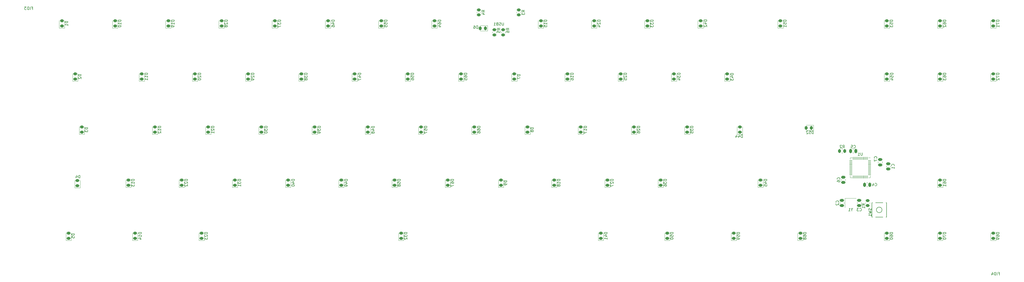
<source format=gbo>
G04 #@! TF.GenerationSoftware,KiCad,Pcbnew,(6.0.2)*
G04 #@! TF.CreationDate,2022-02-25T23:08:10+01:00*
G04 #@! TF.ProjectId,Frooastboard Walnut,46726f6f-6173-4746-926f-617264205761,rev?*
G04 #@! TF.SameCoordinates,Original*
G04 #@! TF.FileFunction,Legend,Bot*
G04 #@! TF.FilePolarity,Positive*
%FSLAX46Y46*%
G04 Gerber Fmt 4.6, Leading zero omitted, Abs format (unit mm)*
G04 Created by KiCad (PCBNEW (6.0.2)) date 2022-02-25 23:08:10*
%MOMM*%
%LPD*%
G01*
G04 APERTURE LIST*
G04 Aperture macros list*
%AMRoundRect*
0 Rectangle with rounded corners*
0 $1 Rounding radius*
0 $2 $3 $4 $5 $6 $7 $8 $9 X,Y pos of 4 corners*
0 Add a 4 corners polygon primitive as box body*
4,1,4,$2,$3,$4,$5,$6,$7,$8,$9,$2,$3,0*
0 Add four circle primitives for the rounded corners*
1,1,$1+$1,$2,$3*
1,1,$1+$1,$4,$5*
1,1,$1+$1,$6,$7*
1,1,$1+$1,$8,$9*
0 Add four rect primitives between the rounded corners*
20,1,$1+$1,$2,$3,$4,$5,0*
20,1,$1+$1,$4,$5,$6,$7,0*
20,1,$1+$1,$6,$7,$8,$9,0*
20,1,$1+$1,$8,$9,$2,$3,0*%
G04 Aperture macros list end*
%ADD10C,0.150000*%
%ADD11C,0.120000*%
%ADD12C,1.750000*%
%ADD13C,3.987800*%
%ADD14C,2.250000*%
%ADD15C,3.200000*%
%ADD16C,3.048000*%
%ADD17C,2.000000*%
%ADD18RoundRect,0.243750X0.456250X-0.243750X0.456250X0.243750X-0.456250X0.243750X-0.456250X-0.243750X0*%
%ADD19R,1.100000X1.800000*%
%ADD20RoundRect,0.250000X0.450000X-0.262500X0.450000X0.262500X-0.450000X0.262500X-0.450000X-0.262500X0*%
%ADD21RoundRect,0.062500X0.475000X0.062500X-0.475000X0.062500X-0.475000X-0.062500X0.475000X-0.062500X0*%
%ADD22RoundRect,0.062500X0.062500X0.475000X-0.062500X0.475000X-0.062500X-0.475000X0.062500X-0.475000X0*%
%ADD23R,5.200000X5.200000*%
%ADD24RoundRect,0.250000X-0.475000X0.250000X-0.475000X-0.250000X0.475000X-0.250000X0.475000X0.250000X0*%
%ADD25RoundRect,0.243750X0.243750X0.456250X-0.243750X0.456250X-0.243750X-0.456250X0.243750X-0.456250X0*%
%ADD26C,0.650000*%
%ADD27R,0.600000X1.450000*%
%ADD28R,0.300000X1.450000*%
%ADD29RoundRect,0.250000X-0.262500X-0.450000X0.262500X-0.450000X0.262500X0.450000X-0.262500X0.450000X0*%
%ADD30R,1.400000X1.200000*%
%ADD31RoundRect,0.250000X0.475000X-0.250000X0.475000X0.250000X-0.475000X0.250000X-0.475000X-0.250000X0*%
%ADD32RoundRect,0.250000X0.250000X0.475000X-0.250000X0.475000X-0.250000X-0.475000X0.250000X-0.475000X0*%
%ADD33RoundRect,0.250000X-0.250000X-0.475000X0.250000X-0.475000X0.250000X0.475000X-0.250000X0.475000X0*%
G04 APERTURE END LIST*
D10*
X371752678Y-116609821D02*
X372086011Y-116609821D01*
X372086011Y-117133630D02*
X372086011Y-116133630D01*
X371609821Y-116133630D01*
X371228869Y-117133630D02*
X371228869Y-116133630D01*
X370752678Y-117133630D02*
X370752678Y-116133630D01*
X370514583Y-116133630D01*
X370371726Y-116181250D01*
X370276488Y-116276488D01*
X370228869Y-116371726D01*
X370181250Y-116562202D01*
X370181250Y-116705059D01*
X370228869Y-116895535D01*
X370276488Y-116990773D01*
X370371726Y-117086011D01*
X370514583Y-117133630D01*
X370752678Y-117133630D01*
X369324107Y-116466964D02*
X369324107Y-117133630D01*
X369562202Y-116086011D02*
X369800297Y-116800297D01*
X369181250Y-116800297D01*
X176727380Y-82779464D02*
X175727380Y-82779464D01*
X175727380Y-83017559D01*
X175775000Y-83160416D01*
X175870238Y-83255654D01*
X175965476Y-83303273D01*
X176155952Y-83350892D01*
X176298809Y-83350892D01*
X176489285Y-83303273D01*
X176584523Y-83255654D01*
X176679761Y-83160416D01*
X176727380Y-83017559D01*
X176727380Y-82779464D01*
X175727380Y-84208035D02*
X175727380Y-84017559D01*
X175775000Y-83922321D01*
X175822619Y-83874702D01*
X175965476Y-83779464D01*
X176155952Y-83731845D01*
X176536904Y-83731845D01*
X176632142Y-83779464D01*
X176679761Y-83827083D01*
X176727380Y-83922321D01*
X176727380Y-84112797D01*
X176679761Y-84208035D01*
X176632142Y-84255654D01*
X176536904Y-84303273D01*
X176298809Y-84303273D01*
X176203571Y-84255654D01*
X176155952Y-84208035D01*
X176108333Y-84112797D01*
X176108333Y-83922321D01*
X176155952Y-83827083D01*
X176203571Y-83779464D01*
X176298809Y-83731845D01*
X175727380Y-84636607D02*
X175727380Y-85303273D01*
X176727380Y-84874702D01*
X134052380Y-25629464D02*
X133052380Y-25629464D01*
X133052380Y-25867559D01*
X133100000Y-26010416D01*
X133195238Y-26105654D01*
X133290476Y-26153273D01*
X133480952Y-26200892D01*
X133623809Y-26200892D01*
X133814285Y-26153273D01*
X133909523Y-26105654D01*
X134004761Y-26010416D01*
X134052380Y-25867559D01*
X134052380Y-25629464D01*
X133385714Y-27058035D02*
X134052380Y-27058035D01*
X133004761Y-26819940D02*
X133719047Y-26581845D01*
X133719047Y-27200892D01*
X133052380Y-28010416D02*
X133052380Y-27819940D01*
X133100000Y-27724702D01*
X133147619Y-27677083D01*
X133290476Y-27581845D01*
X133480952Y-27534226D01*
X133861904Y-27534226D01*
X133957142Y-27581845D01*
X134004761Y-27629464D01*
X134052380Y-27724702D01*
X134052380Y-27915178D01*
X134004761Y-28010416D01*
X133957142Y-28058035D01*
X133861904Y-28105654D01*
X133623809Y-28105654D01*
X133528571Y-28058035D01*
X133480952Y-28010416D01*
X133433333Y-27915178D01*
X133433333Y-27724702D01*
X133480952Y-27629464D01*
X133528571Y-27581845D01*
X133623809Y-27534226D01*
X252927380Y-82779464D02*
X251927380Y-82779464D01*
X251927380Y-83017559D01*
X251975000Y-83160416D01*
X252070238Y-83255654D01*
X252165476Y-83303273D01*
X252355952Y-83350892D01*
X252498809Y-83350892D01*
X252689285Y-83303273D01*
X252784523Y-83255654D01*
X252879761Y-83160416D01*
X252927380Y-83017559D01*
X252927380Y-82779464D01*
X251927380Y-83684226D02*
X251927380Y-84303273D01*
X252308333Y-83969940D01*
X252308333Y-84112797D01*
X252355952Y-84208035D01*
X252403571Y-84255654D01*
X252498809Y-84303273D01*
X252736904Y-84303273D01*
X252832142Y-84255654D01*
X252879761Y-84208035D01*
X252927380Y-84112797D01*
X252927380Y-83827083D01*
X252879761Y-83731845D01*
X252832142Y-83684226D01*
X251927380Y-85160416D02*
X251927380Y-84969940D01*
X251975000Y-84874702D01*
X252022619Y-84827083D01*
X252165476Y-84731845D01*
X252355952Y-84684226D01*
X252736904Y-84684226D01*
X252832142Y-84731845D01*
X252879761Y-84779464D01*
X252927380Y-84874702D01*
X252927380Y-85065178D01*
X252879761Y-85160416D01*
X252832142Y-85208035D01*
X252736904Y-85255654D01*
X252498809Y-85255654D01*
X252403571Y-85208035D01*
X252355952Y-85160416D01*
X252308333Y-85065178D01*
X252308333Y-84874702D01*
X252355952Y-84779464D01*
X252403571Y-84731845D01*
X252498809Y-84684226D01*
X280114285Y-67814880D02*
X280114285Y-66814880D01*
X279876190Y-66814880D01*
X279733333Y-66862500D01*
X279638095Y-66957738D01*
X279590476Y-67052976D01*
X279542857Y-67243452D01*
X279542857Y-67386309D01*
X279590476Y-67576785D01*
X279638095Y-67672023D01*
X279733333Y-67767261D01*
X279876190Y-67814880D01*
X280114285Y-67814880D01*
X278685714Y-67148214D02*
X278685714Y-67814880D01*
X278923809Y-66767261D02*
X279161904Y-67481547D01*
X278542857Y-67481547D01*
X277733333Y-67148214D02*
X277733333Y-67814880D01*
X277971428Y-66767261D02*
X278209523Y-67481547D01*
X277590476Y-67481547D01*
X67189880Y-44679464D02*
X66189880Y-44679464D01*
X66189880Y-44917559D01*
X66237500Y-45060416D01*
X66332738Y-45155654D01*
X66427976Y-45203273D01*
X66618452Y-45250892D01*
X66761309Y-45250892D01*
X66951785Y-45203273D01*
X67047023Y-45155654D01*
X67142261Y-45060416D01*
X67189880Y-44917559D01*
X67189880Y-44679464D01*
X67189880Y-46203273D02*
X67189880Y-45631845D01*
X67189880Y-45917559D02*
X66189880Y-45917559D01*
X66332738Y-45822321D01*
X66427976Y-45727083D01*
X66475595Y-45631845D01*
X67189880Y-47155654D02*
X67189880Y-46584226D01*
X67189880Y-46869940D02*
X66189880Y-46869940D01*
X66332738Y-46774702D01*
X66427976Y-46679464D01*
X66475595Y-46584226D01*
X279121130Y-101829464D02*
X278121130Y-101829464D01*
X278121130Y-102067559D01*
X278168750Y-102210416D01*
X278263988Y-102305654D01*
X278359226Y-102353273D01*
X278549702Y-102400892D01*
X278692559Y-102400892D01*
X278883035Y-102353273D01*
X278978273Y-102305654D01*
X279073511Y-102210416D01*
X279121130Y-102067559D01*
X279121130Y-101829464D01*
X278121130Y-103305654D02*
X278121130Y-102829464D01*
X278597321Y-102781845D01*
X278549702Y-102829464D01*
X278502083Y-102924702D01*
X278502083Y-103162797D01*
X278549702Y-103258035D01*
X278597321Y-103305654D01*
X278692559Y-103353273D01*
X278930654Y-103353273D01*
X279025892Y-103305654D01*
X279073511Y-103258035D01*
X279121130Y-103162797D01*
X279121130Y-102924702D01*
X279073511Y-102829464D01*
X279025892Y-102781845D01*
X279121130Y-103829464D02*
X279121130Y-104019940D01*
X279073511Y-104115178D01*
X279025892Y-104162797D01*
X278883035Y-104258035D01*
X278692559Y-104305654D01*
X278311607Y-104305654D01*
X278216369Y-104258035D01*
X278168750Y-104210416D01*
X278121130Y-104115178D01*
X278121130Y-103924702D01*
X278168750Y-103829464D01*
X278216369Y-103781845D01*
X278311607Y-103734226D01*
X278549702Y-103734226D01*
X278644940Y-103781845D01*
X278692559Y-103829464D01*
X278740178Y-103924702D01*
X278740178Y-104115178D01*
X278692559Y-104210416D01*
X278644940Y-104258035D01*
X278549702Y-104305654D01*
X233877380Y-82779464D02*
X232877380Y-82779464D01*
X232877380Y-83017559D01*
X232925000Y-83160416D01*
X233020238Y-83255654D01*
X233115476Y-83303273D01*
X233305952Y-83350892D01*
X233448809Y-83350892D01*
X233639285Y-83303273D01*
X233734523Y-83255654D01*
X233829761Y-83160416D01*
X233877380Y-83017559D01*
X233877380Y-82779464D01*
X232972619Y-83731845D02*
X232925000Y-83779464D01*
X232877380Y-83874702D01*
X232877380Y-84112797D01*
X232925000Y-84208035D01*
X232972619Y-84255654D01*
X233067857Y-84303273D01*
X233163095Y-84303273D01*
X233305952Y-84255654D01*
X233877380Y-83684226D01*
X233877380Y-84303273D01*
X232877380Y-84636607D02*
X232877380Y-85303273D01*
X233877380Y-84874702D01*
X371989880Y-25629464D02*
X370989880Y-25629464D01*
X370989880Y-25867559D01*
X371037500Y-26010416D01*
X371132738Y-26105654D01*
X371227976Y-26153273D01*
X371418452Y-26200892D01*
X371561309Y-26200892D01*
X371751785Y-26153273D01*
X371847023Y-26105654D01*
X371942261Y-26010416D01*
X371989880Y-25867559D01*
X371989880Y-25629464D01*
X370989880Y-26534226D02*
X370989880Y-27200892D01*
X371989880Y-26772321D01*
X371989880Y-28105654D02*
X371989880Y-27534226D01*
X371989880Y-27819940D02*
X370989880Y-27819940D01*
X371132738Y-27724702D01*
X371227976Y-27629464D01*
X371275595Y-27534226D01*
X62427380Y-82779464D02*
X61427380Y-82779464D01*
X61427380Y-83017559D01*
X61475000Y-83160416D01*
X61570238Y-83255654D01*
X61665476Y-83303273D01*
X61855952Y-83350892D01*
X61998809Y-83350892D01*
X62189285Y-83303273D01*
X62284523Y-83255654D01*
X62379761Y-83160416D01*
X62427380Y-83017559D01*
X62427380Y-82779464D01*
X62427380Y-84303273D02*
X62427380Y-83731845D01*
X62427380Y-84017559D02*
X61427380Y-84017559D01*
X61570238Y-83922321D01*
X61665476Y-83827083D01*
X61713095Y-83731845D01*
X61427380Y-84636607D02*
X61427380Y-85255654D01*
X61808333Y-84922321D01*
X61808333Y-85065178D01*
X61855952Y-85160416D01*
X61903571Y-85208035D01*
X61998809Y-85255654D01*
X62236904Y-85255654D01*
X62332142Y-85208035D01*
X62379761Y-85160416D01*
X62427380Y-85065178D01*
X62427380Y-84779464D01*
X62379761Y-84684226D01*
X62332142Y-84636607D01*
X138752380Y-82785714D02*
X137752380Y-82785714D01*
X137752380Y-83023809D01*
X137800000Y-83166666D01*
X137895238Y-83261904D01*
X137990476Y-83309523D01*
X138180952Y-83357142D01*
X138323809Y-83357142D01*
X138514285Y-83309523D01*
X138609523Y-83261904D01*
X138704761Y-83166666D01*
X138752380Y-83023809D01*
X138752380Y-82785714D01*
X138085714Y-84214285D02*
X138752380Y-84214285D01*
X137704761Y-83976190D02*
X138419047Y-83738095D01*
X138419047Y-84357142D01*
X138752380Y-84785714D02*
X138752380Y-84976190D01*
X138704761Y-85071428D01*
X138657142Y-85119047D01*
X138514285Y-85214285D01*
X138323809Y-85261904D01*
X137942857Y-85261904D01*
X137847619Y-85214285D01*
X137800000Y-85166666D01*
X137752380Y-85071428D01*
X137752380Y-84880952D01*
X137800000Y-84785714D01*
X137847619Y-84738095D01*
X137942857Y-84690476D01*
X138180952Y-84690476D01*
X138276190Y-84738095D01*
X138323809Y-84785714D01*
X138371428Y-84880952D01*
X138371428Y-85071428D01*
X138323809Y-85166666D01*
X138276190Y-85214285D01*
X138180952Y-85261904D01*
X333889880Y-101829464D02*
X332889880Y-101829464D01*
X332889880Y-102067559D01*
X332937500Y-102210416D01*
X333032738Y-102305654D01*
X333127976Y-102353273D01*
X333318452Y-102400892D01*
X333461309Y-102400892D01*
X333651785Y-102353273D01*
X333747023Y-102305654D01*
X333842261Y-102210416D01*
X333889880Y-102067559D01*
X333889880Y-101829464D01*
X332889880Y-103258035D02*
X332889880Y-103067559D01*
X332937500Y-102972321D01*
X332985119Y-102924702D01*
X333127976Y-102829464D01*
X333318452Y-102781845D01*
X333699404Y-102781845D01*
X333794642Y-102829464D01*
X333842261Y-102877083D01*
X333889880Y-102972321D01*
X333889880Y-103162797D01*
X333842261Y-103258035D01*
X333794642Y-103305654D01*
X333699404Y-103353273D01*
X333461309Y-103353273D01*
X333366071Y-103305654D01*
X333318452Y-103258035D01*
X333270833Y-103162797D01*
X333270833Y-102972321D01*
X333318452Y-102877083D01*
X333366071Y-102829464D01*
X333461309Y-102781845D01*
X332889880Y-103972321D02*
X332889880Y-104067559D01*
X332937500Y-104162797D01*
X332985119Y-104210416D01*
X333080357Y-104258035D01*
X333270833Y-104305654D01*
X333508928Y-104305654D01*
X333699404Y-104258035D01*
X333794642Y-104210416D01*
X333842261Y-104162797D01*
X333889880Y-104067559D01*
X333889880Y-103972321D01*
X333842261Y-103877083D01*
X333794642Y-103829464D01*
X333699404Y-103781845D01*
X333508928Y-103734226D01*
X333270833Y-103734226D01*
X333080357Y-103781845D01*
X332985119Y-103829464D01*
X332937500Y-103877083D01*
X332889880Y-103972321D01*
X326204761Y-93266666D02*
X326252380Y-93409523D01*
X326252380Y-93647619D01*
X326204761Y-93742857D01*
X326157142Y-93790476D01*
X326061904Y-93838095D01*
X325966666Y-93838095D01*
X325871428Y-93790476D01*
X325823809Y-93742857D01*
X325776190Y-93647619D01*
X325728571Y-93457142D01*
X325680952Y-93361904D01*
X325633333Y-93314285D01*
X325538095Y-93266666D01*
X325442857Y-93266666D01*
X325347619Y-93314285D01*
X325300000Y-93361904D01*
X325252380Y-93457142D01*
X325252380Y-93695238D01*
X325300000Y-93838095D01*
X325252380Y-94171428D02*
X326252380Y-94409523D01*
X325538095Y-94600000D01*
X326252380Y-94790476D01*
X325252380Y-95028571D01*
X326252380Y-95933333D02*
X326252380Y-95361904D01*
X326252380Y-95647619D02*
X325252380Y-95647619D01*
X325395238Y-95552380D01*
X325490476Y-95457142D01*
X325538095Y-95361904D01*
X45758630Y-64205654D02*
X44758630Y-64205654D01*
X44758630Y-64443750D01*
X44806250Y-64586607D01*
X44901488Y-64681845D01*
X44996726Y-64729464D01*
X45187202Y-64777083D01*
X45330059Y-64777083D01*
X45520535Y-64729464D01*
X45615773Y-64681845D01*
X45711011Y-64586607D01*
X45758630Y-64443750D01*
X45758630Y-64205654D01*
X44758630Y-65110416D02*
X44758630Y-65729464D01*
X45139583Y-65396130D01*
X45139583Y-65538988D01*
X45187202Y-65634226D01*
X45234821Y-65681845D01*
X45330059Y-65729464D01*
X45568154Y-65729464D01*
X45663392Y-65681845D01*
X45711011Y-65634226D01*
X45758630Y-65538988D01*
X45758630Y-65253273D01*
X45711011Y-65158035D01*
X45663392Y-65110416D01*
X40996130Y-102305654D02*
X39996130Y-102305654D01*
X39996130Y-102543750D01*
X40043750Y-102686607D01*
X40138988Y-102781845D01*
X40234226Y-102829464D01*
X40424702Y-102877083D01*
X40567559Y-102877083D01*
X40758035Y-102829464D01*
X40853273Y-102781845D01*
X40948511Y-102686607D01*
X40996130Y-102543750D01*
X40996130Y-102305654D01*
X39996130Y-103781845D02*
X39996130Y-103305654D01*
X40472321Y-103258035D01*
X40424702Y-103305654D01*
X40377083Y-103400892D01*
X40377083Y-103638988D01*
X40424702Y-103734226D01*
X40472321Y-103781845D01*
X40567559Y-103829464D01*
X40805654Y-103829464D01*
X40900892Y-103781845D01*
X40948511Y-103734226D01*
X40996130Y-103638988D01*
X40996130Y-103400892D01*
X40948511Y-103305654D01*
X40900892Y-103258035D01*
X152914880Y-25629464D02*
X151914880Y-25629464D01*
X151914880Y-25867559D01*
X151962500Y-26010416D01*
X152057738Y-26105654D01*
X152152976Y-26153273D01*
X152343452Y-26200892D01*
X152486309Y-26200892D01*
X152676785Y-26153273D01*
X152772023Y-26105654D01*
X152867261Y-26010416D01*
X152914880Y-25867559D01*
X152914880Y-25629464D01*
X151914880Y-27105654D02*
X151914880Y-26629464D01*
X152391071Y-26581845D01*
X152343452Y-26629464D01*
X152295833Y-26724702D01*
X152295833Y-26962797D01*
X152343452Y-27058035D01*
X152391071Y-27105654D01*
X152486309Y-27153273D01*
X152724404Y-27153273D01*
X152819642Y-27105654D01*
X152867261Y-27058035D01*
X152914880Y-26962797D01*
X152914880Y-26724702D01*
X152867261Y-26629464D01*
X152819642Y-26581845D01*
X151914880Y-28058035D02*
X151914880Y-27581845D01*
X152391071Y-27534226D01*
X152343452Y-27581845D01*
X152295833Y-27677083D01*
X152295833Y-27915178D01*
X152343452Y-28010416D01*
X152391071Y-28058035D01*
X152486309Y-28105654D01*
X152724404Y-28105654D01*
X152819642Y-28058035D01*
X152867261Y-28010416D01*
X152914880Y-27915178D01*
X152914880Y-27677083D01*
X152867261Y-27581845D01*
X152819642Y-27534226D01*
X196571130Y-29202083D02*
X196094940Y-28868750D01*
X196571130Y-28630654D02*
X195571130Y-28630654D01*
X195571130Y-29011607D01*
X195618750Y-29106845D01*
X195666369Y-29154464D01*
X195761607Y-29202083D01*
X195904464Y-29202083D01*
X195999702Y-29154464D01*
X196047321Y-29106845D01*
X196094940Y-29011607D01*
X196094940Y-28630654D01*
X195571130Y-30059226D02*
X195571130Y-29868750D01*
X195618750Y-29773511D01*
X195666369Y-29725892D01*
X195809226Y-29630654D01*
X195999702Y-29583035D01*
X196380654Y-29583035D01*
X196475892Y-29630654D01*
X196523511Y-29678273D01*
X196571130Y-29773511D01*
X196571130Y-29963988D01*
X196523511Y-30059226D01*
X196475892Y-30106845D01*
X196380654Y-30154464D01*
X196142559Y-30154464D01*
X196047321Y-30106845D01*
X195999702Y-30059226D01*
X195952083Y-29963988D01*
X195952083Y-29773511D01*
X195999702Y-29678273D01*
X196047321Y-29630654D01*
X196142559Y-29583035D01*
X352939880Y-25629464D02*
X351939880Y-25629464D01*
X351939880Y-25867559D01*
X351987500Y-26010416D01*
X352082738Y-26105654D01*
X352177976Y-26153273D01*
X352368452Y-26200892D01*
X352511309Y-26200892D01*
X352701785Y-26153273D01*
X352797023Y-26105654D01*
X352892261Y-26010416D01*
X352939880Y-25867559D01*
X352939880Y-25629464D01*
X351939880Y-27058035D02*
X351939880Y-26867559D01*
X351987500Y-26772321D01*
X352035119Y-26724702D01*
X352177976Y-26629464D01*
X352368452Y-26581845D01*
X352749404Y-26581845D01*
X352844642Y-26629464D01*
X352892261Y-26677083D01*
X352939880Y-26772321D01*
X352939880Y-26962797D01*
X352892261Y-27058035D01*
X352844642Y-27105654D01*
X352749404Y-27153273D01*
X352511309Y-27153273D01*
X352416071Y-27105654D01*
X352368452Y-27058035D01*
X352320833Y-26962797D01*
X352320833Y-26772321D01*
X352368452Y-26677083D01*
X352416071Y-26629464D01*
X352511309Y-26581845D01*
X352035119Y-27534226D02*
X351987500Y-27581845D01*
X351939880Y-27677083D01*
X351939880Y-27915178D01*
X351987500Y-28010416D01*
X352035119Y-28058035D01*
X352130357Y-28105654D01*
X352225595Y-28105654D01*
X352368452Y-28058035D01*
X352939880Y-27486607D01*
X352939880Y-28105654D01*
X323024404Y-73213630D02*
X323024404Y-74023154D01*
X322976785Y-74118392D01*
X322929166Y-74166011D01*
X322833928Y-74213630D01*
X322643452Y-74213630D01*
X322548214Y-74166011D01*
X322500595Y-74118392D01*
X322452976Y-74023154D01*
X322452976Y-73213630D01*
X321452976Y-74213630D02*
X322024404Y-74213630D01*
X321738690Y-74213630D02*
X321738690Y-73213630D01*
X321833928Y-73356488D01*
X321929166Y-73451726D01*
X322024404Y-73499345D01*
X162439880Y-44679464D02*
X161439880Y-44679464D01*
X161439880Y-44917559D01*
X161487500Y-45060416D01*
X161582738Y-45155654D01*
X161677976Y-45203273D01*
X161868452Y-45250892D01*
X162011309Y-45250892D01*
X162201785Y-45203273D01*
X162297023Y-45155654D01*
X162392261Y-45060416D01*
X162439880Y-44917559D01*
X162439880Y-44679464D01*
X161439880Y-46155654D02*
X161439880Y-45679464D01*
X161916071Y-45631845D01*
X161868452Y-45679464D01*
X161820833Y-45774702D01*
X161820833Y-46012797D01*
X161868452Y-46108035D01*
X161916071Y-46155654D01*
X162011309Y-46203273D01*
X162249404Y-46203273D01*
X162344642Y-46155654D01*
X162392261Y-46108035D01*
X162439880Y-46012797D01*
X162439880Y-45774702D01*
X162392261Y-45679464D01*
X162344642Y-45631845D01*
X161439880Y-47060416D02*
X161439880Y-46869940D01*
X161487500Y-46774702D01*
X161535119Y-46727083D01*
X161677976Y-46631845D01*
X161868452Y-46584226D01*
X162249404Y-46584226D01*
X162344642Y-46631845D01*
X162392261Y-46679464D01*
X162439880Y-46774702D01*
X162439880Y-46965178D01*
X162392261Y-47060416D01*
X162344642Y-47108035D01*
X162249404Y-47155654D01*
X162011309Y-47155654D01*
X161916071Y-47108035D01*
X161868452Y-47060416D01*
X161820833Y-46965178D01*
X161820833Y-46774702D01*
X161868452Y-46679464D01*
X161916071Y-46631845D01*
X162011309Y-46584226D01*
X276852380Y-44785714D02*
X275852380Y-44785714D01*
X275852380Y-45023809D01*
X275900000Y-45166666D01*
X275995238Y-45261904D01*
X276090476Y-45309523D01*
X276280952Y-45357142D01*
X276423809Y-45357142D01*
X276614285Y-45309523D01*
X276709523Y-45261904D01*
X276804761Y-45166666D01*
X276852380Y-45023809D01*
X276852380Y-44785714D01*
X276185714Y-46214285D02*
X276852380Y-46214285D01*
X275804761Y-45976190D02*
X276519047Y-45738095D01*
X276519047Y-46357142D01*
X275852380Y-46642857D02*
X275852380Y-47261904D01*
X276233333Y-46928571D01*
X276233333Y-47071428D01*
X276280952Y-47166666D01*
X276328571Y-47214285D01*
X276423809Y-47261904D01*
X276661904Y-47261904D01*
X276757142Y-47214285D01*
X276804761Y-47166666D01*
X276852380Y-47071428D01*
X276852380Y-46785714D01*
X276804761Y-46690476D01*
X276757142Y-46642857D01*
X202127380Y-22733333D02*
X201651190Y-22400000D01*
X202127380Y-22161904D02*
X201127380Y-22161904D01*
X201127380Y-22542857D01*
X201175000Y-22638095D01*
X201222619Y-22685714D01*
X201317857Y-22733333D01*
X201460714Y-22733333D01*
X201555952Y-22685714D01*
X201603571Y-22638095D01*
X201651190Y-22542857D01*
X201651190Y-22161904D01*
X201127380Y-23066666D02*
X201127380Y-23685714D01*
X201508333Y-23352380D01*
X201508333Y-23495238D01*
X201555952Y-23590476D01*
X201603571Y-23638095D01*
X201698809Y-23685714D01*
X201936904Y-23685714D01*
X202032142Y-23638095D01*
X202079761Y-23590476D01*
X202127380Y-23495238D01*
X202127380Y-23209523D01*
X202079761Y-23114285D01*
X202032142Y-23066666D01*
X302933630Y-101829464D02*
X301933630Y-101829464D01*
X301933630Y-102067559D01*
X301981250Y-102210416D01*
X302076488Y-102305654D01*
X302171726Y-102353273D01*
X302362202Y-102400892D01*
X302505059Y-102400892D01*
X302695535Y-102353273D01*
X302790773Y-102305654D01*
X302886011Y-102210416D01*
X302933630Y-102067559D01*
X302933630Y-101829464D01*
X301933630Y-103258035D02*
X301933630Y-103067559D01*
X301981250Y-102972321D01*
X302028869Y-102924702D01*
X302171726Y-102829464D01*
X302362202Y-102781845D01*
X302743154Y-102781845D01*
X302838392Y-102829464D01*
X302886011Y-102877083D01*
X302933630Y-102972321D01*
X302933630Y-103162797D01*
X302886011Y-103258035D01*
X302838392Y-103305654D01*
X302743154Y-103353273D01*
X302505059Y-103353273D01*
X302409821Y-103305654D01*
X302362202Y-103258035D01*
X302314583Y-103162797D01*
X302314583Y-102972321D01*
X302362202Y-102877083D01*
X302409821Y-102829464D01*
X302505059Y-102781845D01*
X302362202Y-103924702D02*
X302314583Y-103829464D01*
X302266964Y-103781845D01*
X302171726Y-103734226D01*
X302124107Y-103734226D01*
X302028869Y-103781845D01*
X301981250Y-103829464D01*
X301933630Y-103924702D01*
X301933630Y-104115178D01*
X301981250Y-104210416D01*
X302028869Y-104258035D01*
X302124107Y-104305654D01*
X302171726Y-104305654D01*
X302266964Y-104258035D01*
X302314583Y-104210416D01*
X302362202Y-104115178D01*
X302362202Y-103924702D01*
X302409821Y-103829464D01*
X302457440Y-103781845D01*
X302552678Y-103734226D01*
X302743154Y-103734226D01*
X302838392Y-103781845D01*
X302886011Y-103829464D01*
X302933630Y-103924702D01*
X302933630Y-104115178D01*
X302886011Y-104210416D01*
X302838392Y-104258035D01*
X302743154Y-104305654D01*
X302552678Y-104305654D01*
X302457440Y-104258035D01*
X302409821Y-104210416D01*
X302362202Y-104115178D01*
X160058630Y-101829464D02*
X159058630Y-101829464D01*
X159058630Y-102067559D01*
X159106250Y-102210416D01*
X159201488Y-102305654D01*
X159296726Y-102353273D01*
X159487202Y-102400892D01*
X159630059Y-102400892D01*
X159820535Y-102353273D01*
X159915773Y-102305654D01*
X160011011Y-102210416D01*
X160058630Y-102067559D01*
X160058630Y-101829464D01*
X159058630Y-102734226D02*
X159058630Y-103353273D01*
X159439583Y-103019940D01*
X159439583Y-103162797D01*
X159487202Y-103258035D01*
X159534821Y-103305654D01*
X159630059Y-103353273D01*
X159868154Y-103353273D01*
X159963392Y-103305654D01*
X160011011Y-103258035D01*
X160058630Y-103162797D01*
X160058630Y-102877083D01*
X160011011Y-102781845D01*
X159963392Y-102734226D01*
X159153869Y-103734226D02*
X159106250Y-103781845D01*
X159058630Y-103877083D01*
X159058630Y-104115178D01*
X159106250Y-104210416D01*
X159153869Y-104258035D01*
X159249107Y-104305654D01*
X159344345Y-104305654D01*
X159487202Y-104258035D01*
X160058630Y-103686607D01*
X160058630Y-104305654D01*
X81477380Y-82779464D02*
X80477380Y-82779464D01*
X80477380Y-83017559D01*
X80525000Y-83160416D01*
X80620238Y-83255654D01*
X80715476Y-83303273D01*
X80905952Y-83350892D01*
X81048809Y-83350892D01*
X81239285Y-83303273D01*
X81334523Y-83255654D01*
X81429761Y-83160416D01*
X81477380Y-83017559D01*
X81477380Y-82779464D01*
X80572619Y-83731845D02*
X80525000Y-83779464D01*
X80477380Y-83874702D01*
X80477380Y-84112797D01*
X80525000Y-84208035D01*
X80572619Y-84255654D01*
X80667857Y-84303273D01*
X80763095Y-84303273D01*
X80905952Y-84255654D01*
X81477380Y-83684226D01*
X81477380Y-84303273D01*
X80572619Y-84684226D02*
X80525000Y-84731845D01*
X80477380Y-84827083D01*
X80477380Y-85065178D01*
X80525000Y-85160416D01*
X80572619Y-85208035D01*
X80667857Y-85255654D01*
X80763095Y-85255654D01*
X80905952Y-85208035D01*
X81477380Y-84636607D01*
X81477380Y-85255654D01*
X314877142Y-82783333D02*
X314924761Y-82735714D01*
X314972380Y-82592857D01*
X314972380Y-82497619D01*
X314924761Y-82354761D01*
X314829523Y-82259523D01*
X314734285Y-82211904D01*
X314543809Y-82164285D01*
X314400952Y-82164285D01*
X314210476Y-82211904D01*
X314115238Y-82259523D01*
X314020000Y-82354761D01*
X313972380Y-82497619D01*
X313972380Y-82592857D01*
X314020000Y-82735714D01*
X314067619Y-82783333D01*
X313972380Y-83640476D02*
X313972380Y-83450000D01*
X314020000Y-83354761D01*
X314067619Y-83307142D01*
X314210476Y-83211904D01*
X314400952Y-83164285D01*
X314781904Y-83164285D01*
X314877142Y-83211904D01*
X314924761Y-83259523D01*
X314972380Y-83354761D01*
X314972380Y-83545238D01*
X314924761Y-83640476D01*
X314877142Y-83688095D01*
X314781904Y-83735714D01*
X314543809Y-83735714D01*
X314448571Y-83688095D01*
X314400952Y-83640476D01*
X314353333Y-83545238D01*
X314353333Y-83354761D01*
X314400952Y-83259523D01*
X314448571Y-83211904D01*
X314543809Y-83164285D01*
X305464285Y-66414880D02*
X305464285Y-65414880D01*
X305226190Y-65414880D01*
X305083333Y-65462500D01*
X304988095Y-65557738D01*
X304940476Y-65652976D01*
X304892857Y-65843452D01*
X304892857Y-65986309D01*
X304940476Y-66176785D01*
X304988095Y-66272023D01*
X305083333Y-66367261D01*
X305226190Y-66414880D01*
X305464285Y-66414880D01*
X303988095Y-65414880D02*
X304464285Y-65414880D01*
X304511904Y-65891071D01*
X304464285Y-65843452D01*
X304369047Y-65795833D01*
X304130952Y-65795833D01*
X304035714Y-65843452D01*
X303988095Y-65891071D01*
X303940476Y-65986309D01*
X303940476Y-66224404D01*
X303988095Y-66319642D01*
X304035714Y-66367261D01*
X304130952Y-66414880D01*
X304369047Y-66414880D01*
X304464285Y-66367261D01*
X304511904Y-66319642D01*
X303559523Y-65510119D02*
X303511904Y-65462500D01*
X303416666Y-65414880D01*
X303178571Y-65414880D01*
X303083333Y-65462500D01*
X303035714Y-65510119D01*
X302988095Y-65605357D01*
X302988095Y-65700595D01*
X303035714Y-65843452D01*
X303607142Y-66414880D01*
X302988095Y-66414880D01*
X371989880Y-44679464D02*
X370989880Y-44679464D01*
X370989880Y-44917559D01*
X371037500Y-45060416D01*
X371132738Y-45155654D01*
X371227976Y-45203273D01*
X371418452Y-45250892D01*
X371561309Y-45250892D01*
X371751785Y-45203273D01*
X371847023Y-45155654D01*
X371942261Y-45060416D01*
X371989880Y-44917559D01*
X371989880Y-44679464D01*
X370989880Y-45584226D02*
X370989880Y-46250892D01*
X371989880Y-45822321D01*
X371085119Y-46584226D02*
X371037500Y-46631845D01*
X370989880Y-46727083D01*
X370989880Y-46965178D01*
X371037500Y-47060416D01*
X371085119Y-47108035D01*
X371180357Y-47155654D01*
X371275595Y-47155654D01*
X371418452Y-47108035D01*
X371989880Y-46536607D01*
X371989880Y-47155654D01*
X262452380Y-63729464D02*
X261452380Y-63729464D01*
X261452380Y-63967559D01*
X261500000Y-64110416D01*
X261595238Y-64205654D01*
X261690476Y-64253273D01*
X261880952Y-64300892D01*
X262023809Y-64300892D01*
X262214285Y-64253273D01*
X262309523Y-64205654D01*
X262404761Y-64110416D01*
X262452380Y-63967559D01*
X262452380Y-63729464D01*
X261452380Y-64634226D02*
X261452380Y-65253273D01*
X261833333Y-64919940D01*
X261833333Y-65062797D01*
X261880952Y-65158035D01*
X261928571Y-65205654D01*
X262023809Y-65253273D01*
X262261904Y-65253273D01*
X262357142Y-65205654D01*
X262404761Y-65158035D01*
X262452380Y-65062797D01*
X262452380Y-64777083D01*
X262404761Y-64681845D01*
X262357142Y-64634226D01*
X261452380Y-66158035D02*
X261452380Y-65681845D01*
X261928571Y-65634226D01*
X261880952Y-65681845D01*
X261833333Y-65777083D01*
X261833333Y-66015178D01*
X261880952Y-66110416D01*
X261928571Y-66158035D01*
X262023809Y-66205654D01*
X262261904Y-66205654D01*
X262357142Y-66158035D01*
X262404761Y-66110416D01*
X262452380Y-66015178D01*
X262452380Y-65777083D01*
X262404761Y-65681845D01*
X262357142Y-65634226D01*
X25677678Y-21359821D02*
X26011011Y-21359821D01*
X26011011Y-21883630D02*
X26011011Y-20883630D01*
X25534821Y-20883630D01*
X25153869Y-21883630D02*
X25153869Y-20883630D01*
X24677678Y-21883630D02*
X24677678Y-20883630D01*
X24439583Y-20883630D01*
X24296726Y-20931250D01*
X24201488Y-21026488D01*
X24153869Y-21121726D01*
X24106250Y-21312202D01*
X24106250Y-21455059D01*
X24153869Y-21645535D01*
X24201488Y-21740773D01*
X24296726Y-21836011D01*
X24439583Y-21883630D01*
X24677678Y-21883630D01*
X23772916Y-20883630D02*
X23153869Y-20883630D01*
X23487202Y-21264583D01*
X23344345Y-21264583D01*
X23249107Y-21312202D01*
X23201488Y-21359821D01*
X23153869Y-21455059D01*
X23153869Y-21693154D01*
X23201488Y-21788392D01*
X23249107Y-21836011D01*
X23344345Y-21883630D01*
X23630059Y-21883630D01*
X23725297Y-21836011D01*
X23772916Y-21788392D01*
X143552380Y-44685714D02*
X142552380Y-44685714D01*
X142552380Y-44923809D01*
X142600000Y-45066666D01*
X142695238Y-45161904D01*
X142790476Y-45209523D01*
X142980952Y-45257142D01*
X143123809Y-45257142D01*
X143314285Y-45209523D01*
X143409523Y-45161904D01*
X143504761Y-45066666D01*
X143552380Y-44923809D01*
X143552380Y-44685714D01*
X142885714Y-46114285D02*
X143552380Y-46114285D01*
X142504761Y-45876190D02*
X143219047Y-45638095D01*
X143219047Y-46257142D01*
X142552380Y-46542857D02*
X142552380Y-47209523D01*
X143552380Y-46780952D01*
X288852380Y-82785714D02*
X287852380Y-82785714D01*
X287852380Y-83023809D01*
X287900000Y-83166666D01*
X287995238Y-83261904D01*
X288090476Y-83309523D01*
X288280952Y-83357142D01*
X288423809Y-83357142D01*
X288614285Y-83309523D01*
X288709523Y-83261904D01*
X288804761Y-83166666D01*
X288852380Y-83023809D01*
X288852380Y-82785714D01*
X288185714Y-84214285D02*
X288852380Y-84214285D01*
X287804761Y-83976190D02*
X288519047Y-83738095D01*
X288519047Y-84357142D01*
X287852380Y-85214285D02*
X287852380Y-84738095D01*
X288328571Y-84690476D01*
X288280952Y-84738095D01*
X288233333Y-84833333D01*
X288233333Y-85071428D01*
X288280952Y-85166666D01*
X288328571Y-85214285D01*
X288423809Y-85261904D01*
X288661904Y-85261904D01*
X288757142Y-85214285D01*
X288804761Y-85166666D01*
X288852380Y-85071428D01*
X288852380Y-84833333D01*
X288804761Y-84738095D01*
X288757142Y-84690476D01*
X267352380Y-25585714D02*
X266352380Y-25585714D01*
X266352380Y-25823809D01*
X266400000Y-25966666D01*
X266495238Y-26061904D01*
X266590476Y-26109523D01*
X266780952Y-26157142D01*
X266923809Y-26157142D01*
X267114285Y-26109523D01*
X267209523Y-26061904D01*
X267304761Y-25966666D01*
X267352380Y-25823809D01*
X267352380Y-25585714D01*
X266685714Y-27014285D02*
X267352380Y-27014285D01*
X266304761Y-26776190D02*
X267019047Y-26538095D01*
X267019047Y-27157142D01*
X266447619Y-27490476D02*
X266400000Y-27538095D01*
X266352380Y-27633333D01*
X266352380Y-27871428D01*
X266400000Y-27966666D01*
X266447619Y-28014285D01*
X266542857Y-28061904D01*
X266638095Y-28061904D01*
X266780952Y-28014285D01*
X267352380Y-27442857D01*
X267352380Y-28061904D01*
X194619345Y-26528630D02*
X194619345Y-27338154D01*
X194571726Y-27433392D01*
X194524107Y-27481011D01*
X194428869Y-27528630D01*
X194238392Y-27528630D01*
X194143154Y-27481011D01*
X194095535Y-27433392D01*
X194047916Y-27338154D01*
X194047916Y-26528630D01*
X193619345Y-27481011D02*
X193476488Y-27528630D01*
X193238392Y-27528630D01*
X193143154Y-27481011D01*
X193095535Y-27433392D01*
X193047916Y-27338154D01*
X193047916Y-27242916D01*
X193095535Y-27147678D01*
X193143154Y-27100059D01*
X193238392Y-27052440D01*
X193428869Y-27004821D01*
X193524107Y-26957202D01*
X193571726Y-26909583D01*
X193619345Y-26814345D01*
X193619345Y-26719107D01*
X193571726Y-26623869D01*
X193524107Y-26576250D01*
X193428869Y-26528630D01*
X193190773Y-26528630D01*
X193047916Y-26576250D01*
X192286011Y-27004821D02*
X192143154Y-27052440D01*
X192095535Y-27100059D01*
X192047916Y-27195297D01*
X192047916Y-27338154D01*
X192095535Y-27433392D01*
X192143154Y-27481011D01*
X192238392Y-27528630D01*
X192619345Y-27528630D01*
X192619345Y-26528630D01*
X192286011Y-26528630D01*
X192190773Y-26576250D01*
X192143154Y-26623869D01*
X192095535Y-26719107D01*
X192095535Y-26814345D01*
X192143154Y-26909583D01*
X192190773Y-26957202D01*
X192286011Y-27004821D01*
X192619345Y-27004821D01*
X191095535Y-27528630D02*
X191666964Y-27528630D01*
X191381250Y-27528630D02*
X191381250Y-26528630D01*
X191476488Y-26671488D01*
X191571726Y-26766726D01*
X191666964Y-26814345D01*
X38614880Y-26105654D02*
X37614880Y-26105654D01*
X37614880Y-26343750D01*
X37662500Y-26486607D01*
X37757738Y-26581845D01*
X37852976Y-26629464D01*
X38043452Y-26677083D01*
X38186309Y-26677083D01*
X38376785Y-26629464D01*
X38472023Y-26581845D01*
X38567261Y-26486607D01*
X38614880Y-26343750D01*
X38614880Y-26105654D01*
X38614880Y-27629464D02*
X38614880Y-27058035D01*
X38614880Y-27343750D02*
X37614880Y-27343750D01*
X37757738Y-27248511D01*
X37852976Y-27153273D01*
X37900595Y-27058035D01*
X224352380Y-63729464D02*
X223352380Y-63729464D01*
X223352380Y-63967559D01*
X223400000Y-64110416D01*
X223495238Y-64205654D01*
X223590476Y-64253273D01*
X223780952Y-64300892D01*
X223923809Y-64300892D01*
X224114285Y-64253273D01*
X224209523Y-64205654D01*
X224304761Y-64110416D01*
X224352380Y-63967559D01*
X224352380Y-63729464D01*
X224352380Y-65253273D02*
X224352380Y-64681845D01*
X224352380Y-64967559D02*
X223352380Y-64967559D01*
X223495238Y-64872321D01*
X223590476Y-64777083D01*
X223638095Y-64681845D01*
X223352380Y-65586607D02*
X223352380Y-66253273D01*
X224352380Y-65824702D01*
X157677380Y-82779464D02*
X156677380Y-82779464D01*
X156677380Y-83017559D01*
X156725000Y-83160416D01*
X156820238Y-83255654D01*
X156915476Y-83303273D01*
X157105952Y-83350892D01*
X157248809Y-83350892D01*
X157439285Y-83303273D01*
X157534523Y-83255654D01*
X157629761Y-83160416D01*
X157677380Y-83017559D01*
X157677380Y-82779464D01*
X156677380Y-84255654D02*
X156677380Y-83779464D01*
X157153571Y-83731845D01*
X157105952Y-83779464D01*
X157058333Y-83874702D01*
X157058333Y-84112797D01*
X157105952Y-84208035D01*
X157153571Y-84255654D01*
X157248809Y-84303273D01*
X157486904Y-84303273D01*
X157582142Y-84255654D01*
X157629761Y-84208035D01*
X157677380Y-84112797D01*
X157677380Y-83874702D01*
X157629761Y-83779464D01*
X157582142Y-83731845D01*
X157105952Y-84874702D02*
X157058333Y-84779464D01*
X157010714Y-84731845D01*
X156915476Y-84684226D01*
X156867857Y-84684226D01*
X156772619Y-84731845D01*
X156725000Y-84779464D01*
X156677380Y-84874702D01*
X156677380Y-85065178D01*
X156725000Y-85160416D01*
X156772619Y-85208035D01*
X156867857Y-85255654D01*
X156915476Y-85255654D01*
X157010714Y-85208035D01*
X157058333Y-85160416D01*
X157105952Y-85065178D01*
X157105952Y-84874702D01*
X157153571Y-84779464D01*
X157201190Y-84731845D01*
X157296428Y-84684226D01*
X157486904Y-84684226D01*
X157582142Y-84731845D01*
X157629761Y-84779464D01*
X157677380Y-84874702D01*
X157677380Y-85065178D01*
X157629761Y-85160416D01*
X157582142Y-85208035D01*
X157486904Y-85255654D01*
X157296428Y-85255654D01*
X157201190Y-85208035D01*
X157153571Y-85160416D01*
X157105952Y-85065178D01*
X229252380Y-25629464D02*
X228252380Y-25629464D01*
X228252380Y-25867559D01*
X228300000Y-26010416D01*
X228395238Y-26105654D01*
X228490476Y-26153273D01*
X228680952Y-26200892D01*
X228823809Y-26200892D01*
X229014285Y-26153273D01*
X229109523Y-26105654D01*
X229204761Y-26010416D01*
X229252380Y-25867559D01*
X229252380Y-25629464D01*
X228347619Y-26581845D02*
X228300000Y-26629464D01*
X228252380Y-26724702D01*
X228252380Y-26962797D01*
X228300000Y-27058035D01*
X228347619Y-27105654D01*
X228442857Y-27153273D01*
X228538095Y-27153273D01*
X228680952Y-27105654D01*
X229252380Y-26534226D01*
X229252380Y-27153273D01*
X228585714Y-28010416D02*
X229252380Y-28010416D01*
X228204761Y-27772321D02*
X228919047Y-27534226D01*
X228919047Y-28153273D01*
X352939880Y-44679464D02*
X351939880Y-44679464D01*
X351939880Y-44917559D01*
X351987500Y-45060416D01*
X352082738Y-45155654D01*
X352177976Y-45203273D01*
X352368452Y-45250892D01*
X352511309Y-45250892D01*
X352701785Y-45203273D01*
X352797023Y-45155654D01*
X352892261Y-45060416D01*
X352939880Y-44917559D01*
X352939880Y-44679464D01*
X351939880Y-46108035D02*
X351939880Y-45917559D01*
X351987500Y-45822321D01*
X352035119Y-45774702D01*
X352177976Y-45679464D01*
X352368452Y-45631845D01*
X352749404Y-45631845D01*
X352844642Y-45679464D01*
X352892261Y-45727083D01*
X352939880Y-45822321D01*
X352939880Y-46012797D01*
X352892261Y-46108035D01*
X352844642Y-46155654D01*
X352749404Y-46203273D01*
X352511309Y-46203273D01*
X352416071Y-46155654D01*
X352368452Y-46108035D01*
X352320833Y-46012797D01*
X352320833Y-45822321D01*
X352368452Y-45727083D01*
X352416071Y-45679464D01*
X352511309Y-45631845D01*
X351939880Y-46536607D02*
X351939880Y-47155654D01*
X352320833Y-46822321D01*
X352320833Y-46965178D01*
X352368452Y-47060416D01*
X352416071Y-47108035D01*
X352511309Y-47155654D01*
X352749404Y-47155654D01*
X352844642Y-47108035D01*
X352892261Y-47060416D01*
X352939880Y-46965178D01*
X352939880Y-46679464D01*
X352892261Y-46584226D01*
X352844642Y-46536607D01*
X200539880Y-45155654D02*
X199539880Y-45155654D01*
X199539880Y-45393750D01*
X199587500Y-45536607D01*
X199682738Y-45631845D01*
X199777976Y-45679464D01*
X199968452Y-45727083D01*
X200111309Y-45727083D01*
X200301785Y-45679464D01*
X200397023Y-45631845D01*
X200492261Y-45536607D01*
X200539880Y-45393750D01*
X200539880Y-45155654D01*
X199539880Y-46060416D02*
X199539880Y-46727083D01*
X200539880Y-46298511D01*
X86239880Y-44679464D02*
X85239880Y-44679464D01*
X85239880Y-44917559D01*
X85287500Y-45060416D01*
X85382738Y-45155654D01*
X85477976Y-45203273D01*
X85668452Y-45250892D01*
X85811309Y-45250892D01*
X86001785Y-45203273D01*
X86097023Y-45155654D01*
X86192261Y-45060416D01*
X86239880Y-44917559D01*
X86239880Y-44679464D01*
X85335119Y-45631845D02*
X85287500Y-45679464D01*
X85239880Y-45774702D01*
X85239880Y-46012797D01*
X85287500Y-46108035D01*
X85335119Y-46155654D01*
X85430357Y-46203273D01*
X85525595Y-46203273D01*
X85668452Y-46155654D01*
X86239880Y-45584226D01*
X86239880Y-46203273D01*
X85239880Y-46822321D02*
X85239880Y-46917559D01*
X85287500Y-47012797D01*
X85335119Y-47060416D01*
X85430357Y-47108035D01*
X85620833Y-47155654D01*
X85858928Y-47155654D01*
X86049404Y-47108035D01*
X86144642Y-47060416D01*
X86192261Y-47012797D01*
X86239880Y-46917559D01*
X86239880Y-46822321D01*
X86192261Y-46727083D01*
X86144642Y-46679464D01*
X86049404Y-46631845D01*
X85858928Y-46584226D01*
X85620833Y-46584226D01*
X85430357Y-46631845D01*
X85335119Y-46679464D01*
X85287500Y-46727083D01*
X85239880Y-46822321D01*
X255308630Y-101829464D02*
X254308630Y-101829464D01*
X254308630Y-102067559D01*
X254356250Y-102210416D01*
X254451488Y-102305654D01*
X254546726Y-102353273D01*
X254737202Y-102400892D01*
X254880059Y-102400892D01*
X255070535Y-102353273D01*
X255165773Y-102305654D01*
X255261011Y-102210416D01*
X255308630Y-102067559D01*
X255308630Y-101829464D01*
X254308630Y-103305654D02*
X254308630Y-102829464D01*
X254784821Y-102781845D01*
X254737202Y-102829464D01*
X254689583Y-102924702D01*
X254689583Y-103162797D01*
X254737202Y-103258035D01*
X254784821Y-103305654D01*
X254880059Y-103353273D01*
X255118154Y-103353273D01*
X255213392Y-103305654D01*
X255261011Y-103258035D01*
X255308630Y-103162797D01*
X255308630Y-102924702D01*
X255261011Y-102829464D01*
X255213392Y-102781845D01*
X254308630Y-103972321D02*
X254308630Y-104067559D01*
X254356250Y-104162797D01*
X254403869Y-104210416D01*
X254499107Y-104258035D01*
X254689583Y-104305654D01*
X254927678Y-104305654D01*
X255118154Y-104258035D01*
X255213392Y-104210416D01*
X255261011Y-104162797D01*
X255308630Y-104067559D01*
X255308630Y-103972321D01*
X255261011Y-103877083D01*
X255213392Y-103829464D01*
X255118154Y-103781845D01*
X254927678Y-103734226D01*
X254689583Y-103734226D01*
X254499107Y-103781845D01*
X254403869Y-103829464D01*
X254356250Y-103877083D01*
X254308630Y-103972321D01*
X64952380Y-101829464D02*
X63952380Y-101829464D01*
X63952380Y-102067559D01*
X64000000Y-102210416D01*
X64095238Y-102305654D01*
X64190476Y-102353273D01*
X64380952Y-102400892D01*
X64523809Y-102400892D01*
X64714285Y-102353273D01*
X64809523Y-102305654D01*
X64904761Y-102210416D01*
X64952380Y-102067559D01*
X64952380Y-101829464D01*
X64952380Y-103353273D02*
X64952380Y-102781845D01*
X64952380Y-103067559D02*
X63952380Y-103067559D01*
X64095238Y-102972321D01*
X64190476Y-102877083D01*
X64238095Y-102781845D01*
X64285714Y-104210416D02*
X64952380Y-104210416D01*
X63904761Y-103972321D02*
X64619047Y-103734226D01*
X64619047Y-104353273D01*
X352939880Y-101829464D02*
X351939880Y-101829464D01*
X351939880Y-102067559D01*
X351987500Y-102210416D01*
X352082738Y-102305654D01*
X352177976Y-102353273D01*
X352368452Y-102400892D01*
X352511309Y-102400892D01*
X352701785Y-102353273D01*
X352797023Y-102305654D01*
X352892261Y-102210416D01*
X352939880Y-102067559D01*
X352939880Y-101829464D01*
X351939880Y-102734226D02*
X351939880Y-103400892D01*
X352939880Y-102972321D01*
X351939880Y-103972321D02*
X351939880Y-104067559D01*
X351987500Y-104162797D01*
X352035119Y-104210416D01*
X352130357Y-104258035D01*
X352320833Y-104305654D01*
X352558928Y-104305654D01*
X352749404Y-104258035D01*
X352844642Y-104210416D01*
X352892261Y-104162797D01*
X352939880Y-104067559D01*
X352939880Y-103972321D01*
X352892261Y-103877083D01*
X352844642Y-103829464D01*
X352749404Y-103781845D01*
X352558928Y-103734226D01*
X352320833Y-103734226D01*
X352130357Y-103781845D01*
X352035119Y-103829464D01*
X351987500Y-103877083D01*
X351939880Y-103972321D01*
X248164880Y-25629464D02*
X247164880Y-25629464D01*
X247164880Y-25867559D01*
X247212500Y-26010416D01*
X247307738Y-26105654D01*
X247402976Y-26153273D01*
X247593452Y-26200892D01*
X247736309Y-26200892D01*
X247926785Y-26153273D01*
X248022023Y-26105654D01*
X248117261Y-26010416D01*
X248164880Y-25867559D01*
X248164880Y-25629464D01*
X247164880Y-26534226D02*
X247164880Y-27153273D01*
X247545833Y-26819940D01*
X247545833Y-26962797D01*
X247593452Y-27058035D01*
X247641071Y-27105654D01*
X247736309Y-27153273D01*
X247974404Y-27153273D01*
X248069642Y-27105654D01*
X248117261Y-27058035D01*
X248164880Y-26962797D01*
X248164880Y-26677083D01*
X248117261Y-26581845D01*
X248069642Y-26534226D01*
X247164880Y-27486607D02*
X247164880Y-28105654D01*
X247545833Y-27772321D01*
X247545833Y-27915178D01*
X247593452Y-28010416D01*
X247641071Y-28058035D01*
X247736309Y-28105654D01*
X247974404Y-28105654D01*
X248069642Y-28058035D01*
X248117261Y-28010416D01*
X248164880Y-27915178D01*
X248164880Y-27629464D01*
X248117261Y-27534226D01*
X248069642Y-27486607D01*
X167202380Y-63729464D02*
X166202380Y-63729464D01*
X166202380Y-63967559D01*
X166250000Y-64110416D01*
X166345238Y-64205654D01*
X166440476Y-64253273D01*
X166630952Y-64300892D01*
X166773809Y-64300892D01*
X166964285Y-64253273D01*
X167059523Y-64205654D01*
X167154761Y-64110416D01*
X167202380Y-63967559D01*
X167202380Y-63729464D01*
X166202380Y-65205654D02*
X166202380Y-64729464D01*
X166678571Y-64681845D01*
X166630952Y-64729464D01*
X166583333Y-64824702D01*
X166583333Y-65062797D01*
X166630952Y-65158035D01*
X166678571Y-65205654D01*
X166773809Y-65253273D01*
X167011904Y-65253273D01*
X167107142Y-65205654D01*
X167154761Y-65158035D01*
X167202380Y-65062797D01*
X167202380Y-64824702D01*
X167154761Y-64729464D01*
X167107142Y-64681845D01*
X166202380Y-65586607D02*
X166202380Y-66253273D01*
X167202380Y-65824702D01*
X129102380Y-63729464D02*
X128102380Y-63729464D01*
X128102380Y-63967559D01*
X128150000Y-64110416D01*
X128245238Y-64205654D01*
X128340476Y-64253273D01*
X128530952Y-64300892D01*
X128673809Y-64300892D01*
X128864285Y-64253273D01*
X128959523Y-64205654D01*
X129054761Y-64110416D01*
X129102380Y-63967559D01*
X129102380Y-63729464D01*
X128102380Y-64634226D02*
X128102380Y-65253273D01*
X128483333Y-64919940D01*
X128483333Y-65062797D01*
X128530952Y-65158035D01*
X128578571Y-65205654D01*
X128673809Y-65253273D01*
X128911904Y-65253273D01*
X129007142Y-65205654D01*
X129054761Y-65158035D01*
X129102380Y-65062797D01*
X129102380Y-64777083D01*
X129054761Y-64681845D01*
X129007142Y-64634226D01*
X129102380Y-65729464D02*
X129102380Y-65919940D01*
X129054761Y-66015178D01*
X129007142Y-66062797D01*
X128864285Y-66158035D01*
X128673809Y-66205654D01*
X128292857Y-66205654D01*
X128197619Y-66158035D01*
X128150000Y-66110416D01*
X128102380Y-66015178D01*
X128102380Y-65824702D01*
X128150000Y-65729464D01*
X128197619Y-65681845D01*
X128292857Y-65634226D01*
X128530952Y-65634226D01*
X128626190Y-65681845D01*
X128673809Y-65729464D01*
X128721428Y-65824702D01*
X128721428Y-66015178D01*
X128673809Y-66110416D01*
X128626190Y-66158035D01*
X128530952Y-66205654D01*
X172152380Y-25629464D02*
X171152380Y-25629464D01*
X171152380Y-25867559D01*
X171200000Y-26010416D01*
X171295238Y-26105654D01*
X171390476Y-26153273D01*
X171580952Y-26200892D01*
X171723809Y-26200892D01*
X171914285Y-26153273D01*
X172009523Y-26105654D01*
X172104761Y-26010416D01*
X172152380Y-25867559D01*
X172152380Y-25629464D01*
X171152380Y-27058035D02*
X171152380Y-26867559D01*
X171200000Y-26772321D01*
X171247619Y-26724702D01*
X171390476Y-26629464D01*
X171580952Y-26581845D01*
X171961904Y-26581845D01*
X172057142Y-26629464D01*
X172104761Y-26677083D01*
X172152380Y-26772321D01*
X172152380Y-26962797D01*
X172104761Y-27058035D01*
X172057142Y-27105654D01*
X171961904Y-27153273D01*
X171723809Y-27153273D01*
X171628571Y-27105654D01*
X171580952Y-27058035D01*
X171533333Y-26962797D01*
X171533333Y-26772321D01*
X171580952Y-26677083D01*
X171628571Y-26629464D01*
X171723809Y-26581845D01*
X171485714Y-28010416D02*
X172152380Y-28010416D01*
X171104761Y-27772321D02*
X171819047Y-27534226D01*
X171819047Y-28153273D01*
X333889880Y-25629464D02*
X332889880Y-25629464D01*
X332889880Y-25867559D01*
X332937500Y-26010416D01*
X333032738Y-26105654D01*
X333127976Y-26153273D01*
X333318452Y-26200892D01*
X333461309Y-26200892D01*
X333651785Y-26153273D01*
X333747023Y-26105654D01*
X333842261Y-26010416D01*
X333889880Y-25867559D01*
X333889880Y-25629464D01*
X332889880Y-27105654D02*
X332889880Y-26629464D01*
X333366071Y-26581845D01*
X333318452Y-26629464D01*
X333270833Y-26724702D01*
X333270833Y-26962797D01*
X333318452Y-27058035D01*
X333366071Y-27105654D01*
X333461309Y-27153273D01*
X333699404Y-27153273D01*
X333794642Y-27105654D01*
X333842261Y-27058035D01*
X333889880Y-26962797D01*
X333889880Y-26724702D01*
X333842261Y-26629464D01*
X333794642Y-26581845D01*
X332889880Y-27486607D02*
X332889880Y-28105654D01*
X333270833Y-27772321D01*
X333270833Y-27915178D01*
X333318452Y-28010416D01*
X333366071Y-28058035D01*
X333461309Y-28105654D01*
X333699404Y-28105654D01*
X333794642Y-28058035D01*
X333842261Y-28010416D01*
X333889880Y-27915178D01*
X333889880Y-27629464D01*
X333842261Y-27534226D01*
X333794642Y-27486607D01*
X114814880Y-25629464D02*
X113814880Y-25629464D01*
X113814880Y-25867559D01*
X113862500Y-26010416D01*
X113957738Y-26105654D01*
X114052976Y-26153273D01*
X114243452Y-26200892D01*
X114386309Y-26200892D01*
X114576785Y-26153273D01*
X114672023Y-26105654D01*
X114767261Y-26010416D01*
X114814880Y-25867559D01*
X114814880Y-25629464D01*
X113814880Y-26534226D02*
X113814880Y-27153273D01*
X114195833Y-26819940D01*
X114195833Y-26962797D01*
X114243452Y-27058035D01*
X114291071Y-27105654D01*
X114386309Y-27153273D01*
X114624404Y-27153273D01*
X114719642Y-27105654D01*
X114767261Y-27058035D01*
X114814880Y-26962797D01*
X114814880Y-26677083D01*
X114767261Y-26581845D01*
X114719642Y-26534226D01*
X113814880Y-27486607D02*
X113814880Y-28153273D01*
X114814880Y-27724702D01*
X95764880Y-25629464D02*
X94764880Y-25629464D01*
X94764880Y-25867559D01*
X94812500Y-26010416D01*
X94907738Y-26105654D01*
X95002976Y-26153273D01*
X95193452Y-26200892D01*
X95336309Y-26200892D01*
X95526785Y-26153273D01*
X95622023Y-26105654D01*
X95717261Y-26010416D01*
X95764880Y-25867559D01*
X95764880Y-25629464D01*
X94860119Y-26581845D02*
X94812500Y-26629464D01*
X94764880Y-26724702D01*
X94764880Y-26962797D01*
X94812500Y-27058035D01*
X94860119Y-27105654D01*
X94955357Y-27153273D01*
X95050595Y-27153273D01*
X95193452Y-27105654D01*
X95764880Y-26534226D01*
X95764880Y-27153273D01*
X95193452Y-27724702D02*
X95145833Y-27629464D01*
X95098214Y-27581845D01*
X95002976Y-27534226D01*
X94955357Y-27534226D01*
X94860119Y-27581845D01*
X94812500Y-27629464D01*
X94764880Y-27724702D01*
X94764880Y-27915178D01*
X94812500Y-28010416D01*
X94860119Y-28058035D01*
X94955357Y-28105654D01*
X95002976Y-28105654D01*
X95098214Y-28058035D01*
X95145833Y-28010416D01*
X95193452Y-27915178D01*
X95193452Y-27724702D01*
X95241071Y-27629464D01*
X95288690Y-27581845D01*
X95383928Y-27534226D01*
X95574404Y-27534226D01*
X95669642Y-27581845D01*
X95717261Y-27629464D01*
X95764880Y-27724702D01*
X95764880Y-27915178D01*
X95717261Y-28010416D01*
X95669642Y-28058035D01*
X95574404Y-28105654D01*
X95383928Y-28105654D01*
X95288690Y-28058035D01*
X95241071Y-28010416D01*
X95193452Y-27915178D01*
X210064880Y-25629464D02*
X209064880Y-25629464D01*
X209064880Y-25867559D01*
X209112500Y-26010416D01*
X209207738Y-26105654D01*
X209302976Y-26153273D01*
X209493452Y-26200892D01*
X209636309Y-26200892D01*
X209826785Y-26153273D01*
X209922023Y-26105654D01*
X210017261Y-26010416D01*
X210064880Y-25867559D01*
X210064880Y-25629464D01*
X210064880Y-27153273D02*
X210064880Y-26581845D01*
X210064880Y-26867559D02*
X209064880Y-26867559D01*
X209207738Y-26772321D01*
X209302976Y-26677083D01*
X209350595Y-26581845D01*
X209064880Y-28058035D02*
X209064880Y-27581845D01*
X209541071Y-27534226D01*
X209493452Y-27581845D01*
X209445833Y-27677083D01*
X209445833Y-27915178D01*
X209493452Y-28010416D01*
X209541071Y-28058035D01*
X209636309Y-28105654D01*
X209874404Y-28105654D01*
X209969642Y-28058035D01*
X210017261Y-28010416D01*
X210064880Y-27915178D01*
X210064880Y-27677083D01*
X210017261Y-27581845D01*
X209969642Y-27534226D01*
X187839880Y-22733333D02*
X187363690Y-22400000D01*
X187839880Y-22161904D02*
X186839880Y-22161904D01*
X186839880Y-22542857D01*
X186887500Y-22638095D01*
X186935119Y-22685714D01*
X187030357Y-22733333D01*
X187173214Y-22733333D01*
X187268452Y-22685714D01*
X187316071Y-22638095D01*
X187363690Y-22542857D01*
X187363690Y-22161904D01*
X187173214Y-23590476D02*
X187839880Y-23590476D01*
X186792261Y-23352380D02*
X187506547Y-23114285D01*
X187506547Y-23733333D01*
X315954166Y-71552380D02*
X316287500Y-71076190D01*
X316525595Y-71552380D02*
X316525595Y-70552380D01*
X316144642Y-70552380D01*
X316049404Y-70600000D01*
X316001785Y-70647619D01*
X315954166Y-70742857D01*
X315954166Y-70885714D01*
X316001785Y-70980952D01*
X316049404Y-71028571D01*
X316144642Y-71076190D01*
X316525595Y-71076190D01*
X315573214Y-70647619D02*
X315525595Y-70600000D01*
X315430357Y-70552380D01*
X315192261Y-70552380D01*
X315097023Y-70600000D01*
X315049404Y-70647619D01*
X315001785Y-70742857D01*
X315001785Y-70838095D01*
X315049404Y-70980952D01*
X315620833Y-71552380D01*
X315001785Y-71552380D01*
X231652380Y-101829464D02*
X230652380Y-101829464D01*
X230652380Y-102067559D01*
X230700000Y-102210416D01*
X230795238Y-102305654D01*
X230890476Y-102353273D01*
X231080952Y-102400892D01*
X231223809Y-102400892D01*
X231414285Y-102353273D01*
X231509523Y-102305654D01*
X231604761Y-102210416D01*
X231652380Y-102067559D01*
X231652380Y-101829464D01*
X230985714Y-103258035D02*
X231652380Y-103258035D01*
X230604761Y-103019940D02*
X231319047Y-102781845D01*
X231319047Y-103400892D01*
X231652380Y-104305654D02*
X231652380Y-103734226D01*
X231652380Y-104019940D02*
X230652380Y-104019940D01*
X230795238Y-103924702D01*
X230890476Y-103829464D01*
X230938095Y-103734226D01*
X319276190Y-93663690D02*
X319276190Y-94139880D01*
X319609523Y-93139880D02*
X319276190Y-93663690D01*
X318942857Y-93139880D01*
X318085714Y-94139880D02*
X318657142Y-94139880D01*
X318371428Y-94139880D02*
X318371428Y-93139880D01*
X318466666Y-93282738D01*
X318561904Y-93377976D01*
X318657142Y-93425595D01*
X91002380Y-63729464D02*
X90002380Y-63729464D01*
X90002380Y-63967559D01*
X90050000Y-64110416D01*
X90145238Y-64205654D01*
X90240476Y-64253273D01*
X90430952Y-64300892D01*
X90573809Y-64300892D01*
X90764285Y-64253273D01*
X90859523Y-64205654D01*
X90954761Y-64110416D01*
X91002380Y-63967559D01*
X91002380Y-63729464D01*
X90097619Y-64681845D02*
X90050000Y-64729464D01*
X90002380Y-64824702D01*
X90002380Y-65062797D01*
X90050000Y-65158035D01*
X90097619Y-65205654D01*
X90192857Y-65253273D01*
X90288095Y-65253273D01*
X90430952Y-65205654D01*
X91002380Y-64634226D01*
X91002380Y-65253273D01*
X91002380Y-66205654D02*
X91002380Y-65634226D01*
X91002380Y-65919940D02*
X90002380Y-65919940D01*
X90145238Y-65824702D01*
X90240476Y-65729464D01*
X90288095Y-65634226D01*
X322066666Y-94057142D02*
X322114285Y-94104761D01*
X322257142Y-94152380D01*
X322352380Y-94152380D01*
X322495238Y-94104761D01*
X322590476Y-94009523D01*
X322638095Y-93914285D01*
X322685714Y-93723809D01*
X322685714Y-93580952D01*
X322638095Y-93390476D01*
X322590476Y-93295238D01*
X322495238Y-93200000D01*
X322352380Y-93152380D01*
X322257142Y-93152380D01*
X322114285Y-93200000D01*
X322066666Y-93247619D01*
X321733333Y-93152380D02*
X321114285Y-93152380D01*
X321447619Y-93533333D01*
X321304761Y-93533333D01*
X321209523Y-93580952D01*
X321161904Y-93628571D01*
X321114285Y-93723809D01*
X321114285Y-93961904D01*
X321161904Y-94057142D01*
X321209523Y-94104761D01*
X321304761Y-94152380D01*
X321590476Y-94152380D01*
X321685714Y-94104761D01*
X321733333Y-94057142D01*
X257852380Y-44679464D02*
X256852380Y-44679464D01*
X256852380Y-44917559D01*
X256900000Y-45060416D01*
X256995238Y-45155654D01*
X257090476Y-45203273D01*
X257280952Y-45250892D01*
X257423809Y-45250892D01*
X257614285Y-45203273D01*
X257709523Y-45155654D01*
X257804761Y-45060416D01*
X257852380Y-44917559D01*
X257852380Y-44679464D01*
X256852380Y-45584226D02*
X256852380Y-46203273D01*
X257233333Y-45869940D01*
X257233333Y-46012797D01*
X257280952Y-46108035D01*
X257328571Y-46155654D01*
X257423809Y-46203273D01*
X257661904Y-46203273D01*
X257757142Y-46155654D01*
X257804761Y-46108035D01*
X257852380Y-46012797D01*
X257852380Y-45727083D01*
X257804761Y-45631845D01*
X257757142Y-45584226D01*
X257185714Y-47060416D02*
X257852380Y-47060416D01*
X256804761Y-46822321D02*
X257519047Y-46584226D01*
X257519047Y-47203273D01*
X327566666Y-85057142D02*
X327614285Y-85104761D01*
X327757142Y-85152380D01*
X327852380Y-85152380D01*
X327995238Y-85104761D01*
X328090476Y-85009523D01*
X328138095Y-84914285D01*
X328185714Y-84723809D01*
X328185714Y-84580952D01*
X328138095Y-84390476D01*
X328090476Y-84295238D01*
X327995238Y-84200000D01*
X327852380Y-84152380D01*
X327757142Y-84152380D01*
X327614285Y-84200000D01*
X327566666Y-84247619D01*
X326709523Y-84485714D02*
X326709523Y-85152380D01*
X326947619Y-84104761D02*
X327185714Y-84819047D01*
X326566666Y-84819047D01*
X100527380Y-82779464D02*
X99527380Y-82779464D01*
X99527380Y-83017559D01*
X99575000Y-83160416D01*
X99670238Y-83255654D01*
X99765476Y-83303273D01*
X99955952Y-83350892D01*
X100098809Y-83350892D01*
X100289285Y-83303273D01*
X100384523Y-83255654D01*
X100479761Y-83160416D01*
X100527380Y-83017559D01*
X100527380Y-82779464D01*
X99527380Y-83684226D02*
X99527380Y-84303273D01*
X99908333Y-83969940D01*
X99908333Y-84112797D01*
X99955952Y-84208035D01*
X100003571Y-84255654D01*
X100098809Y-84303273D01*
X100336904Y-84303273D01*
X100432142Y-84255654D01*
X100479761Y-84208035D01*
X100527380Y-84112797D01*
X100527380Y-83827083D01*
X100479761Y-83731845D01*
X100432142Y-83684226D01*
X100527380Y-85255654D02*
X100527380Y-84684226D01*
X100527380Y-84969940D02*
X99527380Y-84969940D01*
X99670238Y-84874702D01*
X99765476Y-84779464D01*
X99813095Y-84684226D01*
X124339880Y-44679464D02*
X123339880Y-44679464D01*
X123339880Y-44917559D01*
X123387500Y-45060416D01*
X123482738Y-45155654D01*
X123577976Y-45203273D01*
X123768452Y-45250892D01*
X123911309Y-45250892D01*
X124101785Y-45203273D01*
X124197023Y-45155654D01*
X124292261Y-45060416D01*
X124339880Y-44917559D01*
X124339880Y-44679464D01*
X123339880Y-45584226D02*
X123339880Y-46203273D01*
X123720833Y-45869940D01*
X123720833Y-46012797D01*
X123768452Y-46108035D01*
X123816071Y-46155654D01*
X123911309Y-46203273D01*
X124149404Y-46203273D01*
X124244642Y-46155654D01*
X124292261Y-46108035D01*
X124339880Y-46012797D01*
X124339880Y-45727083D01*
X124292261Y-45631845D01*
X124244642Y-45584226D01*
X123768452Y-46774702D02*
X123720833Y-46679464D01*
X123673214Y-46631845D01*
X123577976Y-46584226D01*
X123530357Y-46584226D01*
X123435119Y-46631845D01*
X123387500Y-46679464D01*
X123339880Y-46774702D01*
X123339880Y-46965178D01*
X123387500Y-47060416D01*
X123435119Y-47108035D01*
X123530357Y-47155654D01*
X123577976Y-47155654D01*
X123673214Y-47108035D01*
X123720833Y-47060416D01*
X123768452Y-46965178D01*
X123768452Y-46774702D01*
X123816071Y-46679464D01*
X123863690Y-46631845D01*
X123958928Y-46584226D01*
X124149404Y-46584226D01*
X124244642Y-46631845D01*
X124292261Y-46679464D01*
X124339880Y-46774702D01*
X124339880Y-46965178D01*
X124292261Y-47060416D01*
X124244642Y-47108035D01*
X124149404Y-47155654D01*
X123958928Y-47155654D01*
X123863690Y-47108035D01*
X123816071Y-47060416D01*
X123768452Y-46965178D01*
X323852380Y-92133333D02*
X323376190Y-91800000D01*
X323852380Y-91561904D02*
X322852380Y-91561904D01*
X322852380Y-91942857D01*
X322900000Y-92038095D01*
X322947619Y-92085714D01*
X323042857Y-92133333D01*
X323185714Y-92133333D01*
X323280952Y-92085714D01*
X323328571Y-92038095D01*
X323376190Y-91942857D01*
X323376190Y-91561904D01*
X323852380Y-93085714D02*
X323852380Y-92514285D01*
X323852380Y-92800000D02*
X322852380Y-92800000D01*
X322995238Y-92704761D01*
X323090476Y-92609523D01*
X323138095Y-92514285D01*
X88621130Y-101829464D02*
X87621130Y-101829464D01*
X87621130Y-102067559D01*
X87668750Y-102210416D01*
X87763988Y-102305654D01*
X87859226Y-102353273D01*
X88049702Y-102400892D01*
X88192559Y-102400892D01*
X88383035Y-102353273D01*
X88478273Y-102305654D01*
X88573511Y-102210416D01*
X88621130Y-102067559D01*
X88621130Y-101829464D01*
X87716369Y-102781845D02*
X87668750Y-102829464D01*
X87621130Y-102924702D01*
X87621130Y-103162797D01*
X87668750Y-103258035D01*
X87716369Y-103305654D01*
X87811607Y-103353273D01*
X87906845Y-103353273D01*
X88049702Y-103305654D01*
X88621130Y-102734226D01*
X88621130Y-103353273D01*
X87621130Y-103686607D02*
X87621130Y-104305654D01*
X88002083Y-103972321D01*
X88002083Y-104115178D01*
X88049702Y-104210416D01*
X88097321Y-104258035D01*
X88192559Y-104305654D01*
X88430654Y-104305654D01*
X88525892Y-104258035D01*
X88573511Y-104210416D01*
X88621130Y-104115178D01*
X88621130Y-103829464D01*
X88573511Y-103734226D01*
X88525892Y-103686607D01*
X105289880Y-44679464D02*
X104289880Y-44679464D01*
X104289880Y-44917559D01*
X104337500Y-45060416D01*
X104432738Y-45155654D01*
X104527976Y-45203273D01*
X104718452Y-45250892D01*
X104861309Y-45250892D01*
X105051785Y-45203273D01*
X105147023Y-45155654D01*
X105242261Y-45060416D01*
X105289880Y-44917559D01*
X105289880Y-44679464D01*
X104385119Y-45631845D02*
X104337500Y-45679464D01*
X104289880Y-45774702D01*
X104289880Y-46012797D01*
X104337500Y-46108035D01*
X104385119Y-46155654D01*
X104480357Y-46203273D01*
X104575595Y-46203273D01*
X104718452Y-46155654D01*
X105289880Y-45584226D01*
X105289880Y-46203273D01*
X105289880Y-46679464D02*
X105289880Y-46869940D01*
X105242261Y-46965178D01*
X105194642Y-47012797D01*
X105051785Y-47108035D01*
X104861309Y-47155654D01*
X104480357Y-47155654D01*
X104385119Y-47108035D01*
X104337500Y-47060416D01*
X104289880Y-46965178D01*
X104289880Y-46774702D01*
X104337500Y-46679464D01*
X104385119Y-46631845D01*
X104480357Y-46584226D01*
X104718452Y-46584226D01*
X104813690Y-46631845D01*
X104861309Y-46679464D01*
X104908928Y-46774702D01*
X104908928Y-46965178D01*
X104861309Y-47060416D01*
X104813690Y-47108035D01*
X104718452Y-47155654D01*
X219589880Y-44679464D02*
X218589880Y-44679464D01*
X218589880Y-44917559D01*
X218637500Y-45060416D01*
X218732738Y-45155654D01*
X218827976Y-45203273D01*
X219018452Y-45250892D01*
X219161309Y-45250892D01*
X219351785Y-45203273D01*
X219447023Y-45155654D01*
X219542261Y-45060416D01*
X219589880Y-44917559D01*
X219589880Y-44679464D01*
X219589880Y-46203273D02*
X219589880Y-45631845D01*
X219589880Y-45917559D02*
X218589880Y-45917559D01*
X218732738Y-45822321D01*
X218827976Y-45727083D01*
X218875595Y-45631845D01*
X218589880Y-47060416D02*
X218589880Y-46869940D01*
X218637500Y-46774702D01*
X218685119Y-46727083D01*
X218827976Y-46631845D01*
X219018452Y-46584226D01*
X219399404Y-46584226D01*
X219494642Y-46631845D01*
X219542261Y-46679464D01*
X219589880Y-46774702D01*
X219589880Y-46965178D01*
X219542261Y-47060416D01*
X219494642Y-47108035D01*
X219399404Y-47155654D01*
X219161309Y-47155654D01*
X219066071Y-47108035D01*
X219018452Y-47060416D01*
X218970833Y-46965178D01*
X218970833Y-46774702D01*
X219018452Y-46679464D01*
X219066071Y-46631845D01*
X219161309Y-46584226D01*
X76714880Y-25629464D02*
X75714880Y-25629464D01*
X75714880Y-25867559D01*
X75762500Y-26010416D01*
X75857738Y-26105654D01*
X75952976Y-26153273D01*
X76143452Y-26200892D01*
X76286309Y-26200892D01*
X76476785Y-26153273D01*
X76572023Y-26105654D01*
X76667261Y-26010416D01*
X76714880Y-25867559D01*
X76714880Y-25629464D01*
X76714880Y-27153273D02*
X76714880Y-26581845D01*
X76714880Y-26867559D02*
X75714880Y-26867559D01*
X75857738Y-26772321D01*
X75952976Y-26677083D01*
X76000595Y-26581845D01*
X76714880Y-27629464D02*
X76714880Y-27819940D01*
X76667261Y-27915178D01*
X76619642Y-27962797D01*
X76476785Y-28058035D01*
X76286309Y-28105654D01*
X75905357Y-28105654D01*
X75810119Y-28058035D01*
X75762500Y-28010416D01*
X75714880Y-27915178D01*
X75714880Y-27724702D01*
X75762500Y-27629464D01*
X75810119Y-27581845D01*
X75905357Y-27534226D01*
X76143452Y-27534226D01*
X76238690Y-27581845D01*
X76286309Y-27629464D01*
X76333928Y-27724702D01*
X76333928Y-27915178D01*
X76286309Y-28010416D01*
X76238690Y-28058035D01*
X76143452Y-28105654D01*
X43377380Y-45155654D02*
X42377380Y-45155654D01*
X42377380Y-45393750D01*
X42425000Y-45536607D01*
X42520238Y-45631845D01*
X42615476Y-45679464D01*
X42805952Y-45727083D01*
X42948809Y-45727083D01*
X43139285Y-45679464D01*
X43234523Y-45631845D01*
X43329761Y-45536607D01*
X43377380Y-45393750D01*
X43377380Y-45155654D01*
X42472619Y-46108035D02*
X42425000Y-46155654D01*
X42377380Y-46250892D01*
X42377380Y-46488988D01*
X42425000Y-46584226D01*
X42472619Y-46631845D01*
X42567857Y-46679464D01*
X42663095Y-46679464D01*
X42805952Y-46631845D01*
X43377380Y-46060416D01*
X43377380Y-46679464D01*
X71952380Y-63729464D02*
X70952380Y-63729464D01*
X70952380Y-63967559D01*
X71000000Y-64110416D01*
X71095238Y-64205654D01*
X71190476Y-64253273D01*
X71380952Y-64300892D01*
X71523809Y-64300892D01*
X71714285Y-64253273D01*
X71809523Y-64205654D01*
X71904761Y-64110416D01*
X71952380Y-63967559D01*
X71952380Y-63729464D01*
X71952380Y-65253273D02*
X71952380Y-64681845D01*
X71952380Y-64967559D02*
X70952380Y-64967559D01*
X71095238Y-64872321D01*
X71190476Y-64777083D01*
X71238095Y-64681845D01*
X71047619Y-65634226D02*
X71000000Y-65681845D01*
X70952380Y-65777083D01*
X70952380Y-66015178D01*
X71000000Y-66110416D01*
X71047619Y-66158035D01*
X71142857Y-66205654D01*
X71238095Y-66205654D01*
X71380952Y-66158035D01*
X71952380Y-65586607D01*
X71952380Y-66205654D01*
X57664880Y-25629464D02*
X56664880Y-25629464D01*
X56664880Y-25867559D01*
X56712500Y-26010416D01*
X56807738Y-26105654D01*
X56902976Y-26153273D01*
X57093452Y-26200892D01*
X57236309Y-26200892D01*
X57426785Y-26153273D01*
X57522023Y-26105654D01*
X57617261Y-26010416D01*
X57664880Y-25867559D01*
X57664880Y-25629464D01*
X57664880Y-27153273D02*
X57664880Y-26581845D01*
X57664880Y-26867559D02*
X56664880Y-26867559D01*
X56807738Y-26772321D01*
X56902976Y-26677083D01*
X56950595Y-26581845D01*
X56664880Y-27772321D02*
X56664880Y-27867559D01*
X56712500Y-27962797D01*
X56760119Y-28010416D01*
X56855357Y-28058035D01*
X57045833Y-28105654D01*
X57283928Y-28105654D01*
X57474404Y-28058035D01*
X57569642Y-28010416D01*
X57617261Y-27962797D01*
X57664880Y-27867559D01*
X57664880Y-27772321D01*
X57617261Y-27677083D01*
X57569642Y-27629464D01*
X57474404Y-27581845D01*
X57283928Y-27534226D01*
X57045833Y-27534226D01*
X56855357Y-27581845D01*
X56760119Y-27629464D01*
X56712500Y-27677083D01*
X56664880Y-27772321D01*
X243402380Y-63729464D02*
X242402380Y-63729464D01*
X242402380Y-63967559D01*
X242450000Y-64110416D01*
X242545238Y-64205654D01*
X242640476Y-64253273D01*
X242830952Y-64300892D01*
X242973809Y-64300892D01*
X243164285Y-64253273D01*
X243259523Y-64205654D01*
X243354761Y-64110416D01*
X243402380Y-63967559D01*
X243402380Y-63729464D01*
X242497619Y-64681845D02*
X242450000Y-64729464D01*
X242402380Y-64824702D01*
X242402380Y-65062797D01*
X242450000Y-65158035D01*
X242497619Y-65205654D01*
X242592857Y-65253273D01*
X242688095Y-65253273D01*
X242830952Y-65205654D01*
X243402380Y-64634226D01*
X243402380Y-65253273D01*
X242402380Y-66110416D02*
X242402380Y-65919940D01*
X242450000Y-65824702D01*
X242497619Y-65777083D01*
X242640476Y-65681845D01*
X242830952Y-65634226D01*
X243211904Y-65634226D01*
X243307142Y-65681845D01*
X243354761Y-65729464D01*
X243402380Y-65824702D01*
X243402380Y-66015178D01*
X243354761Y-66110416D01*
X243307142Y-66158035D01*
X243211904Y-66205654D01*
X242973809Y-66205654D01*
X242878571Y-66158035D01*
X242830952Y-66110416D01*
X242783333Y-66015178D01*
X242783333Y-65824702D01*
X242830952Y-65729464D01*
X242878571Y-65681845D01*
X242973809Y-65634226D01*
X195777380Y-83255654D02*
X194777380Y-83255654D01*
X194777380Y-83493750D01*
X194825000Y-83636607D01*
X194920238Y-83731845D01*
X195015476Y-83779464D01*
X195205952Y-83827083D01*
X195348809Y-83827083D01*
X195539285Y-83779464D01*
X195634523Y-83731845D01*
X195729761Y-83636607D01*
X195777380Y-83493750D01*
X195777380Y-83255654D01*
X195777380Y-84303273D02*
X195777380Y-84493750D01*
X195729761Y-84588988D01*
X195682142Y-84636607D01*
X195539285Y-84731845D01*
X195348809Y-84779464D01*
X194967857Y-84779464D01*
X194872619Y-84731845D01*
X194825000Y-84684226D01*
X194777380Y-84588988D01*
X194777380Y-84398511D01*
X194825000Y-84303273D01*
X194872619Y-84255654D01*
X194967857Y-84208035D01*
X195205952Y-84208035D01*
X195301190Y-84255654D01*
X195348809Y-84303273D01*
X195396428Y-84398511D01*
X195396428Y-84588988D01*
X195348809Y-84684226D01*
X195301190Y-84731845D01*
X195205952Y-84779464D01*
X319916666Y-71457142D02*
X319964285Y-71504761D01*
X320107142Y-71552380D01*
X320202380Y-71552380D01*
X320345238Y-71504761D01*
X320440476Y-71409523D01*
X320488095Y-71314285D01*
X320535714Y-71123809D01*
X320535714Y-70980952D01*
X320488095Y-70790476D01*
X320440476Y-70695238D01*
X320345238Y-70600000D01*
X320202380Y-70552380D01*
X320107142Y-70552380D01*
X319964285Y-70600000D01*
X319916666Y-70647619D01*
X319011904Y-70552380D02*
X319488095Y-70552380D01*
X319535714Y-71028571D01*
X319488095Y-70980952D01*
X319392857Y-70933333D01*
X319154761Y-70933333D01*
X319059523Y-70980952D01*
X319011904Y-71028571D01*
X318964285Y-71123809D01*
X318964285Y-71361904D01*
X319011904Y-71457142D01*
X319059523Y-71504761D01*
X319154761Y-71552380D01*
X319392857Y-71552380D01*
X319488095Y-71504761D01*
X319535714Y-71457142D01*
X238639880Y-44679464D02*
X237639880Y-44679464D01*
X237639880Y-44917559D01*
X237687500Y-45060416D01*
X237782738Y-45155654D01*
X237877976Y-45203273D01*
X238068452Y-45250892D01*
X238211309Y-45250892D01*
X238401785Y-45203273D01*
X238497023Y-45155654D01*
X238592261Y-45060416D01*
X238639880Y-44917559D01*
X238639880Y-44679464D01*
X237735119Y-45631845D02*
X237687500Y-45679464D01*
X237639880Y-45774702D01*
X237639880Y-46012797D01*
X237687500Y-46108035D01*
X237735119Y-46155654D01*
X237830357Y-46203273D01*
X237925595Y-46203273D01*
X238068452Y-46155654D01*
X238639880Y-45584226D01*
X238639880Y-46203273D01*
X237639880Y-47108035D02*
X237639880Y-46631845D01*
X238116071Y-46584226D01*
X238068452Y-46631845D01*
X238020833Y-46727083D01*
X238020833Y-46965178D01*
X238068452Y-47060416D01*
X238116071Y-47108035D01*
X238211309Y-47155654D01*
X238449404Y-47155654D01*
X238544642Y-47108035D01*
X238592261Y-47060416D01*
X238639880Y-46965178D01*
X238639880Y-46727083D01*
X238592261Y-46631845D01*
X238544642Y-46584226D01*
X334052380Y-44685714D02*
X333052380Y-44685714D01*
X333052380Y-44923809D01*
X333100000Y-45066666D01*
X333195238Y-45161904D01*
X333290476Y-45209523D01*
X333480952Y-45257142D01*
X333623809Y-45257142D01*
X333814285Y-45209523D01*
X333909523Y-45161904D01*
X334004761Y-45066666D01*
X334052380Y-44923809D01*
X334052380Y-44685714D01*
X333052380Y-46161904D02*
X333052380Y-45685714D01*
X333528571Y-45638095D01*
X333480952Y-45685714D01*
X333433333Y-45780952D01*
X333433333Y-46019047D01*
X333480952Y-46114285D01*
X333528571Y-46161904D01*
X333623809Y-46209523D01*
X333861904Y-46209523D01*
X333957142Y-46161904D01*
X334004761Y-46114285D01*
X334052380Y-46019047D01*
X334052380Y-45780952D01*
X334004761Y-45685714D01*
X333957142Y-45638095D01*
X333385714Y-47066666D02*
X334052380Y-47066666D01*
X333004761Y-46828571D02*
X333719047Y-46590476D01*
X333719047Y-47209523D01*
X352939880Y-82779464D02*
X351939880Y-82779464D01*
X351939880Y-83017559D01*
X351987500Y-83160416D01*
X352082738Y-83255654D01*
X352177976Y-83303273D01*
X352368452Y-83350892D01*
X352511309Y-83350892D01*
X352701785Y-83303273D01*
X352797023Y-83255654D01*
X352892261Y-83160416D01*
X352939880Y-83017559D01*
X352939880Y-82779464D01*
X351939880Y-84208035D02*
X351939880Y-84017559D01*
X351987500Y-83922321D01*
X352035119Y-83874702D01*
X352177976Y-83779464D01*
X352368452Y-83731845D01*
X352749404Y-83731845D01*
X352844642Y-83779464D01*
X352892261Y-83827083D01*
X352939880Y-83922321D01*
X352939880Y-84112797D01*
X352892261Y-84208035D01*
X352844642Y-84255654D01*
X352749404Y-84303273D01*
X352511309Y-84303273D01*
X352416071Y-84255654D01*
X352368452Y-84208035D01*
X352320833Y-84112797D01*
X352320833Y-83922321D01*
X352368452Y-83827083D01*
X352416071Y-83779464D01*
X352511309Y-83731845D01*
X352939880Y-85255654D02*
X352939880Y-84684226D01*
X352939880Y-84969940D02*
X351939880Y-84969940D01*
X352082738Y-84874702D01*
X352177976Y-84779464D01*
X352225595Y-84684226D01*
X148352380Y-63785714D02*
X147352380Y-63785714D01*
X147352380Y-64023809D01*
X147400000Y-64166666D01*
X147495238Y-64261904D01*
X147590476Y-64309523D01*
X147780952Y-64357142D01*
X147923809Y-64357142D01*
X148114285Y-64309523D01*
X148209523Y-64261904D01*
X148304761Y-64166666D01*
X148352380Y-64023809D01*
X148352380Y-63785714D01*
X147685714Y-65214285D02*
X148352380Y-65214285D01*
X147304761Y-64976190D02*
X148019047Y-64738095D01*
X148019047Y-65357142D01*
X147780952Y-65880952D02*
X147733333Y-65785714D01*
X147685714Y-65738095D01*
X147590476Y-65690476D01*
X147542857Y-65690476D01*
X147447619Y-65738095D01*
X147400000Y-65785714D01*
X147352380Y-65880952D01*
X147352380Y-66071428D01*
X147400000Y-66166666D01*
X147447619Y-66214285D01*
X147542857Y-66261904D01*
X147590476Y-66261904D01*
X147685714Y-66214285D01*
X147733333Y-66166666D01*
X147780952Y-66071428D01*
X147780952Y-65880952D01*
X147828571Y-65785714D01*
X147876190Y-65738095D01*
X147971428Y-65690476D01*
X148161904Y-65690476D01*
X148257142Y-65738095D01*
X148304761Y-65785714D01*
X148352380Y-65880952D01*
X148352380Y-66071428D01*
X148304761Y-66166666D01*
X148257142Y-66214285D01*
X148161904Y-66261904D01*
X147971428Y-66261904D01*
X147876190Y-66214285D01*
X147828571Y-66166666D01*
X147780952Y-66071428D01*
X185338095Y-28652380D02*
X185338095Y-27652380D01*
X185100000Y-27652380D01*
X184957142Y-27700000D01*
X184861904Y-27795238D01*
X184814285Y-27890476D01*
X184766666Y-28080952D01*
X184766666Y-28223809D01*
X184814285Y-28414285D01*
X184861904Y-28509523D01*
X184957142Y-28604761D01*
X185100000Y-28652380D01*
X185338095Y-28652380D01*
X183909523Y-27652380D02*
X184100000Y-27652380D01*
X184195238Y-27700000D01*
X184242857Y-27747619D01*
X184338095Y-27890476D01*
X184385714Y-28080952D01*
X184385714Y-28461904D01*
X184338095Y-28557142D01*
X184290476Y-28604761D01*
X184195238Y-28652380D01*
X184004761Y-28652380D01*
X183909523Y-28604761D01*
X183861904Y-28557142D01*
X183814285Y-28461904D01*
X183814285Y-28223809D01*
X183861904Y-28128571D01*
X183909523Y-28080952D01*
X184004761Y-28033333D01*
X184195238Y-28033333D01*
X184290476Y-28080952D01*
X184338095Y-28128571D01*
X184385714Y-28223809D01*
X110052380Y-63729464D02*
X109052380Y-63729464D01*
X109052380Y-63967559D01*
X109100000Y-64110416D01*
X109195238Y-64205654D01*
X109290476Y-64253273D01*
X109480952Y-64300892D01*
X109623809Y-64300892D01*
X109814285Y-64253273D01*
X109909523Y-64205654D01*
X110004761Y-64110416D01*
X110052380Y-63967559D01*
X110052380Y-63729464D01*
X109052380Y-64634226D02*
X109052380Y-65253273D01*
X109433333Y-64919940D01*
X109433333Y-65062797D01*
X109480952Y-65158035D01*
X109528571Y-65205654D01*
X109623809Y-65253273D01*
X109861904Y-65253273D01*
X109957142Y-65205654D01*
X110004761Y-65158035D01*
X110052380Y-65062797D01*
X110052380Y-64777083D01*
X110004761Y-64681845D01*
X109957142Y-64634226D01*
X109052380Y-65872321D02*
X109052380Y-65967559D01*
X109100000Y-66062797D01*
X109147619Y-66110416D01*
X109242857Y-66158035D01*
X109433333Y-66205654D01*
X109671428Y-66205654D01*
X109861904Y-66158035D01*
X109957142Y-66110416D01*
X110004761Y-66062797D01*
X110052380Y-65967559D01*
X110052380Y-65872321D01*
X110004761Y-65777083D01*
X109957142Y-65729464D01*
X109861904Y-65681845D01*
X109671428Y-65634226D01*
X109433333Y-65634226D01*
X109242857Y-65681845D01*
X109147619Y-65729464D01*
X109100000Y-65777083D01*
X109052380Y-65872321D01*
X328157142Y-75233333D02*
X328204761Y-75185714D01*
X328252380Y-75042857D01*
X328252380Y-74947619D01*
X328204761Y-74804761D01*
X328109523Y-74709523D01*
X328014285Y-74661904D01*
X327823809Y-74614285D01*
X327680952Y-74614285D01*
X327490476Y-74661904D01*
X327395238Y-74709523D01*
X327300000Y-74804761D01*
X327252380Y-74947619D01*
X327252380Y-75042857D01*
X327300000Y-75185714D01*
X327347619Y-75233333D01*
X327252380Y-75566666D02*
X327252380Y-76233333D01*
X328252380Y-75804761D01*
X334357142Y-77983333D02*
X334404761Y-77935714D01*
X334452380Y-77792857D01*
X334452380Y-77697619D01*
X334404761Y-77554761D01*
X334309523Y-77459523D01*
X334214285Y-77411904D01*
X334023809Y-77364285D01*
X333880952Y-77364285D01*
X333690476Y-77411904D01*
X333595238Y-77459523D01*
X333500000Y-77554761D01*
X333452380Y-77697619D01*
X333452380Y-77792857D01*
X333500000Y-77935714D01*
X333547619Y-77983333D01*
X334452380Y-78935714D02*
X334452380Y-78364285D01*
X334452380Y-78650000D02*
X333452380Y-78650000D01*
X333595238Y-78554761D01*
X333690476Y-78459523D01*
X333738095Y-78364285D01*
X314457142Y-91070833D02*
X314504761Y-91023214D01*
X314552380Y-90880357D01*
X314552380Y-90785119D01*
X314504761Y-90642261D01*
X314409523Y-90547023D01*
X314314285Y-90499404D01*
X314123809Y-90451785D01*
X313980952Y-90451785D01*
X313790476Y-90499404D01*
X313695238Y-90547023D01*
X313600000Y-90642261D01*
X313552380Y-90785119D01*
X313552380Y-90880357D01*
X313600000Y-91023214D01*
X313647619Y-91070833D01*
X313647619Y-91451785D02*
X313600000Y-91499404D01*
X313552380Y-91594642D01*
X313552380Y-91832738D01*
X313600000Y-91927976D01*
X313647619Y-91975595D01*
X313742857Y-92023214D01*
X313838095Y-92023214D01*
X313980952Y-91975595D01*
X314552380Y-91404166D01*
X314552380Y-92023214D01*
X295789880Y-25629464D02*
X294789880Y-25629464D01*
X294789880Y-25867559D01*
X294837500Y-26010416D01*
X294932738Y-26105654D01*
X295027976Y-26153273D01*
X295218452Y-26200892D01*
X295361309Y-26200892D01*
X295551785Y-26153273D01*
X295647023Y-26105654D01*
X295742261Y-26010416D01*
X295789880Y-25867559D01*
X295789880Y-25629464D01*
X294789880Y-27105654D02*
X294789880Y-26629464D01*
X295266071Y-26581845D01*
X295218452Y-26629464D01*
X295170833Y-26724702D01*
X295170833Y-26962797D01*
X295218452Y-27058035D01*
X295266071Y-27105654D01*
X295361309Y-27153273D01*
X295599404Y-27153273D01*
X295694642Y-27105654D01*
X295742261Y-27058035D01*
X295789880Y-26962797D01*
X295789880Y-26724702D01*
X295742261Y-26629464D01*
X295694642Y-26581845D01*
X295789880Y-28105654D02*
X295789880Y-27534226D01*
X295789880Y-27819940D02*
X294789880Y-27819940D01*
X294932738Y-27724702D01*
X295027976Y-27629464D01*
X295075595Y-27534226D01*
X371989880Y-101829464D02*
X370989880Y-101829464D01*
X370989880Y-102067559D01*
X371037500Y-102210416D01*
X371132738Y-102305654D01*
X371227976Y-102353273D01*
X371418452Y-102400892D01*
X371561309Y-102400892D01*
X371751785Y-102353273D01*
X371847023Y-102305654D01*
X371942261Y-102210416D01*
X371989880Y-102067559D01*
X371989880Y-101829464D01*
X370989880Y-103258035D02*
X370989880Y-103067559D01*
X371037500Y-102972321D01*
X371085119Y-102924702D01*
X371227976Y-102829464D01*
X371418452Y-102781845D01*
X371799404Y-102781845D01*
X371894642Y-102829464D01*
X371942261Y-102877083D01*
X371989880Y-102972321D01*
X371989880Y-103162797D01*
X371942261Y-103258035D01*
X371894642Y-103305654D01*
X371799404Y-103353273D01*
X371561309Y-103353273D01*
X371466071Y-103305654D01*
X371418452Y-103258035D01*
X371370833Y-103162797D01*
X371370833Y-102972321D01*
X371418452Y-102877083D01*
X371466071Y-102829464D01*
X371561309Y-102781845D01*
X371989880Y-103829464D02*
X371989880Y-104019940D01*
X371942261Y-104115178D01*
X371894642Y-104162797D01*
X371751785Y-104258035D01*
X371561309Y-104305654D01*
X371180357Y-104305654D01*
X371085119Y-104258035D01*
X371037500Y-104210416D01*
X370989880Y-104115178D01*
X370989880Y-103924702D01*
X371037500Y-103829464D01*
X371085119Y-103781845D01*
X371180357Y-103734226D01*
X371418452Y-103734226D01*
X371513690Y-103781845D01*
X371561309Y-103829464D01*
X371608928Y-103924702D01*
X371608928Y-104115178D01*
X371561309Y-104210416D01*
X371513690Y-104258035D01*
X371418452Y-104305654D01*
X119752380Y-82785714D02*
X118752380Y-82785714D01*
X118752380Y-83023809D01*
X118800000Y-83166666D01*
X118895238Y-83261904D01*
X118990476Y-83309523D01*
X119180952Y-83357142D01*
X119323809Y-83357142D01*
X119514285Y-83309523D01*
X119609523Y-83261904D01*
X119704761Y-83166666D01*
X119752380Y-83023809D01*
X119752380Y-82785714D01*
X119085714Y-84214285D02*
X119752380Y-84214285D01*
X118704761Y-83976190D02*
X119419047Y-83738095D01*
X119419047Y-84357142D01*
X118752380Y-84928571D02*
X118752380Y-85023809D01*
X118800000Y-85119047D01*
X118847619Y-85166666D01*
X118942857Y-85214285D01*
X119133333Y-85261904D01*
X119371428Y-85261904D01*
X119561904Y-85214285D01*
X119657142Y-85166666D01*
X119704761Y-85119047D01*
X119752380Y-85023809D01*
X119752380Y-84928571D01*
X119704761Y-84833333D01*
X119657142Y-84785714D01*
X119561904Y-84738095D01*
X119371428Y-84690476D01*
X119133333Y-84690476D01*
X118942857Y-84738095D01*
X118847619Y-84785714D01*
X118800000Y-84833333D01*
X118752380Y-84928571D01*
X186252380Y-63729464D02*
X185252380Y-63729464D01*
X185252380Y-63967559D01*
X185300000Y-64110416D01*
X185395238Y-64205654D01*
X185490476Y-64253273D01*
X185680952Y-64300892D01*
X185823809Y-64300892D01*
X186014285Y-64253273D01*
X186109523Y-64205654D01*
X186204761Y-64110416D01*
X186252380Y-63967559D01*
X186252380Y-63729464D01*
X185252380Y-65158035D02*
X185252380Y-64967559D01*
X185300000Y-64872321D01*
X185347619Y-64824702D01*
X185490476Y-64729464D01*
X185680952Y-64681845D01*
X186061904Y-64681845D01*
X186157142Y-64729464D01*
X186204761Y-64777083D01*
X186252380Y-64872321D01*
X186252380Y-65062797D01*
X186204761Y-65158035D01*
X186157142Y-65205654D01*
X186061904Y-65253273D01*
X185823809Y-65253273D01*
X185728571Y-65205654D01*
X185680952Y-65158035D01*
X185633333Y-65062797D01*
X185633333Y-64872321D01*
X185680952Y-64777083D01*
X185728571Y-64729464D01*
X185823809Y-64681845D01*
X185252380Y-66110416D02*
X185252380Y-65919940D01*
X185300000Y-65824702D01*
X185347619Y-65777083D01*
X185490476Y-65681845D01*
X185680952Y-65634226D01*
X186061904Y-65634226D01*
X186157142Y-65681845D01*
X186204761Y-65729464D01*
X186252380Y-65824702D01*
X186252380Y-66015178D01*
X186204761Y-66110416D01*
X186157142Y-66158035D01*
X186061904Y-66205654D01*
X185823809Y-66205654D01*
X185728571Y-66158035D01*
X185680952Y-66110416D01*
X185633333Y-66015178D01*
X185633333Y-65824702D01*
X185680952Y-65729464D01*
X185728571Y-65681845D01*
X185823809Y-65634226D01*
X42988095Y-82314880D02*
X42988095Y-81314880D01*
X42750000Y-81314880D01*
X42607142Y-81362500D01*
X42511904Y-81457738D01*
X42464285Y-81552976D01*
X42416666Y-81743452D01*
X42416666Y-81886309D01*
X42464285Y-82076785D01*
X42511904Y-82172023D01*
X42607142Y-82267261D01*
X42750000Y-82314880D01*
X42988095Y-82314880D01*
X41559523Y-81648214D02*
X41559523Y-82314880D01*
X41797619Y-81267261D02*
X42035714Y-81981547D01*
X41416666Y-81981547D01*
X205302380Y-64205654D02*
X204302380Y-64205654D01*
X204302380Y-64443750D01*
X204350000Y-64586607D01*
X204445238Y-64681845D01*
X204540476Y-64729464D01*
X204730952Y-64777083D01*
X204873809Y-64777083D01*
X205064285Y-64729464D01*
X205159523Y-64681845D01*
X205254761Y-64586607D01*
X205302380Y-64443750D01*
X205302380Y-64205654D01*
X204730952Y-65348511D02*
X204683333Y-65253273D01*
X204635714Y-65205654D01*
X204540476Y-65158035D01*
X204492857Y-65158035D01*
X204397619Y-65205654D01*
X204350000Y-65253273D01*
X204302380Y-65348511D01*
X204302380Y-65538988D01*
X204350000Y-65634226D01*
X204397619Y-65681845D01*
X204492857Y-65729464D01*
X204540476Y-65729464D01*
X204635714Y-65681845D01*
X204683333Y-65634226D01*
X204730952Y-65538988D01*
X204730952Y-65348511D01*
X204778571Y-65253273D01*
X204826190Y-65205654D01*
X204921428Y-65158035D01*
X205111904Y-65158035D01*
X205207142Y-65205654D01*
X205254761Y-65253273D01*
X205302380Y-65348511D01*
X205302380Y-65538988D01*
X205254761Y-65634226D01*
X205207142Y-65681845D01*
X205111904Y-65729464D01*
X204921428Y-65729464D01*
X204826190Y-65681845D01*
X204778571Y-65634226D01*
X204730952Y-65538988D01*
X193333630Y-29202083D02*
X192857440Y-28868750D01*
X193333630Y-28630654D02*
X192333630Y-28630654D01*
X192333630Y-29011607D01*
X192381250Y-29106845D01*
X192428869Y-29154464D01*
X192524107Y-29202083D01*
X192666964Y-29202083D01*
X192762202Y-29154464D01*
X192809821Y-29106845D01*
X192857440Y-29011607D01*
X192857440Y-28630654D01*
X192333630Y-30106845D02*
X192333630Y-29630654D01*
X192809821Y-29583035D01*
X192762202Y-29630654D01*
X192714583Y-29725892D01*
X192714583Y-29963988D01*
X192762202Y-30059226D01*
X192809821Y-30106845D01*
X192905059Y-30154464D01*
X193143154Y-30154464D01*
X193238392Y-30106845D01*
X193286011Y-30059226D01*
X193333630Y-29963988D01*
X193333630Y-29725892D01*
X193286011Y-29630654D01*
X193238392Y-29583035D01*
X181489880Y-44679464D02*
X180489880Y-44679464D01*
X180489880Y-44917559D01*
X180537500Y-45060416D01*
X180632738Y-45155654D01*
X180727976Y-45203273D01*
X180918452Y-45250892D01*
X181061309Y-45250892D01*
X181251785Y-45203273D01*
X181347023Y-45155654D01*
X181442261Y-45060416D01*
X181489880Y-44917559D01*
X181489880Y-44679464D01*
X180489880Y-46108035D02*
X180489880Y-45917559D01*
X180537500Y-45822321D01*
X180585119Y-45774702D01*
X180727976Y-45679464D01*
X180918452Y-45631845D01*
X181299404Y-45631845D01*
X181394642Y-45679464D01*
X181442261Y-45727083D01*
X181489880Y-45822321D01*
X181489880Y-46012797D01*
X181442261Y-46108035D01*
X181394642Y-46155654D01*
X181299404Y-46203273D01*
X181061309Y-46203273D01*
X180966071Y-46155654D01*
X180918452Y-46108035D01*
X180870833Y-46012797D01*
X180870833Y-45822321D01*
X180918452Y-45727083D01*
X180966071Y-45679464D01*
X181061309Y-45631845D01*
X180489880Y-47108035D02*
X180489880Y-46631845D01*
X180966071Y-46584226D01*
X180918452Y-46631845D01*
X180870833Y-46727083D01*
X180870833Y-46965178D01*
X180918452Y-47060416D01*
X180966071Y-47108035D01*
X181061309Y-47155654D01*
X181299404Y-47155654D01*
X181394642Y-47108035D01*
X181442261Y-47060416D01*
X181489880Y-46965178D01*
X181489880Y-46727083D01*
X181442261Y-46631845D01*
X181394642Y-46584226D01*
X214827380Y-82779464D02*
X213827380Y-82779464D01*
X213827380Y-83017559D01*
X213875000Y-83160416D01*
X213970238Y-83255654D01*
X214065476Y-83303273D01*
X214255952Y-83350892D01*
X214398809Y-83350892D01*
X214589285Y-83303273D01*
X214684523Y-83255654D01*
X214779761Y-83160416D01*
X214827380Y-83017559D01*
X214827380Y-82779464D01*
X214827380Y-84303273D02*
X214827380Y-83731845D01*
X214827380Y-84017559D02*
X213827380Y-84017559D01*
X213970238Y-83922321D01*
X214065476Y-83827083D01*
X214113095Y-83731845D01*
X214255952Y-84874702D02*
X214208333Y-84779464D01*
X214160714Y-84731845D01*
X214065476Y-84684226D01*
X214017857Y-84684226D01*
X213922619Y-84731845D01*
X213875000Y-84779464D01*
X213827380Y-84874702D01*
X213827380Y-85065178D01*
X213875000Y-85160416D01*
X213922619Y-85208035D01*
X214017857Y-85255654D01*
X214065476Y-85255654D01*
X214160714Y-85208035D01*
X214208333Y-85160416D01*
X214255952Y-85065178D01*
X214255952Y-84874702D01*
X214303571Y-84779464D01*
X214351190Y-84731845D01*
X214446428Y-84684226D01*
X214636904Y-84684226D01*
X214732142Y-84731845D01*
X214779761Y-84779464D01*
X214827380Y-84874702D01*
X214827380Y-85065178D01*
X214779761Y-85160416D01*
X214732142Y-85208035D01*
X214636904Y-85255654D01*
X214446428Y-85255654D01*
X214351190Y-85208035D01*
X214303571Y-85160416D01*
X214255952Y-85065178D01*
D11*
X175585000Y-82993750D02*
X175585000Y-85678750D01*
X173665000Y-85678750D02*
X173665000Y-82993750D01*
X175585000Y-85678750D02*
X173665000Y-85678750D01*
X130802500Y-28528750D02*
X130802500Y-25843750D01*
X132722500Y-25843750D02*
X132722500Y-28528750D01*
X132722500Y-28528750D02*
X130802500Y-28528750D01*
X249865000Y-85678750D02*
X249865000Y-82993750D01*
X251785000Y-82993750D02*
X251785000Y-85678750D01*
X251785000Y-85678750D02*
X249865000Y-85678750D01*
X280110000Y-63943750D02*
X280110000Y-66628750D01*
X278190000Y-66628750D02*
X278190000Y-63943750D01*
X280110000Y-66628750D02*
X278190000Y-66628750D01*
X66047500Y-44893750D02*
X66047500Y-47578750D01*
X66047500Y-47578750D02*
X64127500Y-47578750D01*
X64127500Y-47578750D02*
X64127500Y-44893750D01*
X277978750Y-104728750D02*
X276058750Y-104728750D01*
X276058750Y-104728750D02*
X276058750Y-102043750D01*
X277978750Y-102043750D02*
X277978750Y-104728750D01*
X230815000Y-85678750D02*
X230815000Y-82993750D01*
X232735000Y-85678750D02*
X230815000Y-85678750D01*
X232735000Y-82993750D02*
X232735000Y-85678750D01*
X370847500Y-25843750D02*
X370847500Y-28528750D01*
X368927500Y-28528750D02*
X368927500Y-25843750D01*
X370847500Y-28528750D02*
X368927500Y-28528750D01*
X61285000Y-82993750D02*
X61285000Y-85678750D01*
X59365000Y-85678750D02*
X59365000Y-82993750D01*
X61285000Y-85678750D02*
X59365000Y-85678750D01*
X137485000Y-85678750D02*
X135565000Y-85678750D01*
X137485000Y-82993750D02*
X137485000Y-85678750D01*
X135565000Y-85678750D02*
X135565000Y-82993750D01*
X330827500Y-104728750D02*
X330827500Y-102043750D01*
X332747500Y-104728750D02*
X330827500Y-104728750D01*
X332747500Y-102043750D02*
X332747500Y-104728750D01*
D10*
X331650000Y-96337500D02*
X331650000Y-91137500D01*
X326450000Y-96337500D02*
X331650000Y-96337500D01*
X331650000Y-91137500D02*
X326450000Y-91137500D01*
X326450000Y-91137500D02*
X326450000Y-96337500D01*
X330050000Y-93737500D02*
G75*
G03*
X330050000Y-93737500I-1000000J0D01*
G01*
D11*
X44616250Y-66628750D02*
X42696250Y-66628750D01*
X42696250Y-66628750D02*
X42696250Y-63943750D01*
X44616250Y-63943750D02*
X44616250Y-66628750D01*
X37933750Y-104728750D02*
X37933750Y-102043750D01*
X39853750Y-102043750D02*
X39853750Y-104728750D01*
X39853750Y-104728750D02*
X37933750Y-104728750D01*
X151772500Y-25843750D02*
X151772500Y-28528750D01*
X149852500Y-28528750D02*
X149852500Y-25843750D01*
X151772500Y-28528750D02*
X149852500Y-28528750D01*
X195203750Y-30270814D02*
X195203750Y-29816686D01*
X193733750Y-30270814D02*
X193733750Y-29816686D01*
X349877500Y-28528750D02*
X349877500Y-25843750D01*
X351797500Y-28528750D02*
X349877500Y-28528750D01*
X351797500Y-25843750D02*
X351797500Y-28528750D01*
X325147500Y-82191250D02*
X325872500Y-82191250D01*
X319377500Y-82191250D02*
X318652500Y-82191250D01*
X318652500Y-82191250D02*
X318652500Y-81466250D01*
X325872500Y-82191250D02*
X325872500Y-81466250D01*
X319377500Y-74971250D02*
X318652500Y-74971250D01*
X318652500Y-74971250D02*
X318652500Y-75696250D01*
X325147500Y-74971250D02*
X325872500Y-74971250D01*
X161297500Y-47578750D02*
X159377500Y-47578750D01*
X159377500Y-47578750D02*
X159377500Y-44893750D01*
X161297500Y-44893750D02*
X161297500Y-47578750D01*
X273677500Y-47578750D02*
X273677500Y-44893750D01*
X275597500Y-44893750D02*
X275597500Y-47578750D01*
X275597500Y-47578750D02*
X273677500Y-47578750D01*
X199290000Y-23127064D02*
X199290000Y-22672936D01*
X200760000Y-23127064D02*
X200760000Y-22672936D01*
X299871250Y-104728750D02*
X299871250Y-102043750D01*
X301791250Y-104728750D02*
X299871250Y-104728750D01*
X301791250Y-102043750D02*
X301791250Y-104728750D01*
X158916250Y-104728750D02*
X156996250Y-104728750D01*
X156996250Y-104728750D02*
X156996250Y-102043750D01*
X158916250Y-102043750D02*
X158916250Y-104728750D01*
X78415000Y-85678750D02*
X78415000Y-82993750D01*
X80335000Y-82993750D02*
X80335000Y-85678750D01*
X80335000Y-85678750D02*
X78415000Y-85678750D01*
X315465000Y-82688748D02*
X315465000Y-83211252D01*
X316935000Y-82688748D02*
X316935000Y-83211252D01*
X305547500Y-63333750D02*
X305547500Y-65253750D01*
X305547500Y-65253750D02*
X302862500Y-65253750D01*
X302862500Y-63333750D02*
X305547500Y-63333750D01*
X370847500Y-47578750D02*
X368927500Y-47578750D01*
X368927500Y-47578750D02*
X368927500Y-44893750D01*
X370847500Y-44893750D02*
X370847500Y-47578750D01*
X261310000Y-63943750D02*
X261310000Y-66628750D01*
X261310000Y-66628750D02*
X259390000Y-66628750D01*
X259390000Y-66628750D02*
X259390000Y-63943750D01*
X142247500Y-47578750D02*
X140327500Y-47578750D01*
X140327500Y-47578750D02*
X140327500Y-44893750D01*
X142247500Y-44893750D02*
X142247500Y-47578750D01*
X287503750Y-82993750D02*
X287503750Y-85678750D01*
X287503750Y-85678750D02*
X285583750Y-85678750D01*
X285583750Y-85678750D02*
X285583750Y-82993750D01*
X264152500Y-28528750D02*
X264152500Y-25843750D01*
X266072500Y-25843750D02*
X266072500Y-28528750D01*
X266072500Y-28528750D02*
X264152500Y-28528750D01*
X37472500Y-28528750D02*
X35552500Y-28528750D01*
X37472500Y-25843750D02*
X37472500Y-28528750D01*
X35552500Y-28528750D02*
X35552500Y-25843750D01*
X221290000Y-66628750D02*
X221290000Y-63943750D01*
X223210000Y-63943750D02*
X223210000Y-66628750D01*
X223210000Y-66628750D02*
X221290000Y-66628750D01*
X156535000Y-85678750D02*
X154615000Y-85678750D01*
X156535000Y-82993750D02*
X156535000Y-85678750D01*
X154615000Y-85678750D02*
X154615000Y-82993750D01*
X226052500Y-28528750D02*
X226052500Y-25843750D01*
X227972500Y-28528750D02*
X226052500Y-28528750D01*
X227972500Y-25843750D02*
X227972500Y-28528750D01*
X351797500Y-44893750D02*
X351797500Y-47578750D01*
X349877500Y-47578750D02*
X349877500Y-44893750D01*
X351797500Y-47578750D02*
X349877500Y-47578750D01*
X199397500Y-44893750D02*
X199397500Y-47578750D01*
X199397500Y-47578750D02*
X197477500Y-47578750D01*
X197477500Y-47578750D02*
X197477500Y-44893750D01*
X83177500Y-47578750D02*
X83177500Y-44893750D01*
X85097500Y-47578750D02*
X83177500Y-47578750D01*
X85097500Y-44893750D02*
X85097500Y-47578750D01*
X254166250Y-102043750D02*
X254166250Y-104728750D01*
X254166250Y-104728750D02*
X252246250Y-104728750D01*
X252246250Y-104728750D02*
X252246250Y-102043750D01*
X63666250Y-102043750D02*
X63666250Y-104728750D01*
X63666250Y-104728750D02*
X61746250Y-104728750D01*
X61746250Y-104728750D02*
X61746250Y-102043750D01*
X351797500Y-104728750D02*
X349877500Y-104728750D01*
X349877500Y-104728750D02*
X349877500Y-102043750D01*
X351797500Y-102043750D02*
X351797500Y-104728750D01*
X247022500Y-25843750D02*
X247022500Y-28528750D01*
X245102500Y-28528750D02*
X245102500Y-25843750D01*
X247022500Y-28528750D02*
X245102500Y-28528750D01*
X166060000Y-66628750D02*
X164140000Y-66628750D01*
X166060000Y-63943750D02*
X166060000Y-66628750D01*
X164140000Y-66628750D02*
X164140000Y-63943750D01*
X127960000Y-66628750D02*
X126040000Y-66628750D01*
X127960000Y-63943750D02*
X127960000Y-66628750D01*
X126040000Y-66628750D02*
X126040000Y-63943750D01*
X170822500Y-28528750D02*
X168902500Y-28528750D01*
X170822500Y-25843750D02*
X170822500Y-28528750D01*
X168902500Y-28528750D02*
X168902500Y-25843750D01*
X332747500Y-25843750D02*
X332747500Y-28528750D01*
X330827500Y-28528750D02*
X330827500Y-25843750D01*
X332747500Y-28528750D02*
X330827500Y-28528750D01*
X111752500Y-28528750D02*
X111752500Y-25843750D01*
X113672500Y-28528750D02*
X111752500Y-28528750D01*
X113672500Y-25843750D02*
X113672500Y-28528750D01*
X94622500Y-28528750D02*
X92702500Y-28528750D01*
X94622500Y-25843750D02*
X94622500Y-28528750D01*
X92702500Y-28528750D02*
X92702500Y-25843750D01*
X207002500Y-28528750D02*
X207002500Y-25843750D01*
X208922500Y-28528750D02*
X207002500Y-28528750D01*
X208922500Y-25843750D02*
X208922500Y-28528750D01*
X185002500Y-23127064D02*
X185002500Y-22672936D01*
X186472500Y-23127064D02*
X186472500Y-22672936D01*
X315560436Y-71865000D02*
X316014564Y-71865000D01*
X315560436Y-73335000D02*
X316014564Y-73335000D01*
X230353750Y-104728750D02*
X228433750Y-104728750D01*
X228433750Y-104728750D02*
X228433750Y-102043750D01*
X230353750Y-102043750D02*
X230353750Y-104728750D01*
X316800000Y-92887500D02*
X316800000Y-89587500D01*
X316800000Y-89587500D02*
X320800000Y-89587500D01*
X87940000Y-66628750D02*
X87940000Y-63943750D01*
X89860000Y-63943750D02*
X89860000Y-66628750D01*
X89860000Y-66628750D02*
X87940000Y-66628750D01*
X321165000Y-91498752D02*
X321165000Y-90976248D01*
X322635000Y-91498752D02*
X322635000Y-90976248D01*
X254627500Y-47578750D02*
X254627500Y-44893750D01*
X256547500Y-47578750D02*
X254627500Y-47578750D01*
X256547500Y-44893750D02*
X256547500Y-47578750D01*
X325011252Y-83965000D02*
X324488748Y-83965000D01*
X325011252Y-85435000D02*
X324488748Y-85435000D01*
X99385000Y-85678750D02*
X97465000Y-85678750D01*
X97465000Y-85678750D02*
X97465000Y-82993750D01*
X99385000Y-82993750D02*
X99385000Y-85678750D01*
X123197500Y-47578750D02*
X121277500Y-47578750D01*
X121277500Y-47578750D02*
X121277500Y-44893750D01*
X123197500Y-44893750D02*
X123197500Y-47578750D01*
X325635000Y-91514564D02*
X325635000Y-91060436D01*
X324165000Y-91514564D02*
X324165000Y-91060436D01*
X87478750Y-104728750D02*
X85558750Y-104728750D01*
X85558750Y-104728750D02*
X85558750Y-102043750D01*
X87478750Y-102043750D02*
X87478750Y-104728750D01*
X102227500Y-47578750D02*
X102227500Y-44893750D01*
X104147500Y-47578750D02*
X102227500Y-47578750D01*
X104147500Y-44893750D02*
X104147500Y-47578750D01*
X216527500Y-47578750D02*
X216527500Y-44893750D01*
X218447500Y-44893750D02*
X218447500Y-47578750D01*
X218447500Y-47578750D02*
X216527500Y-47578750D01*
X73652500Y-28528750D02*
X73652500Y-25843750D01*
X75572500Y-25843750D02*
X75572500Y-28528750D01*
X75572500Y-28528750D02*
X73652500Y-28528750D01*
X42235000Y-47578750D02*
X40315000Y-47578750D01*
X42235000Y-44893750D02*
X42235000Y-47578750D01*
X40315000Y-47578750D02*
X40315000Y-44893750D01*
X70810000Y-66628750D02*
X68890000Y-66628750D01*
X70810000Y-63943750D02*
X70810000Y-66628750D01*
X68890000Y-66628750D02*
X68890000Y-63943750D01*
X56522500Y-28528750D02*
X54602500Y-28528750D01*
X54602500Y-28528750D02*
X54602500Y-25843750D01*
X56522500Y-25843750D02*
X56522500Y-28528750D01*
X242260000Y-63943750D02*
X242260000Y-66628750D01*
X240340000Y-66628750D02*
X240340000Y-63943750D01*
X242260000Y-66628750D02*
X240340000Y-66628750D01*
X194635000Y-82993750D02*
X194635000Y-85678750D01*
X194635000Y-85678750D02*
X192715000Y-85678750D01*
X192715000Y-85678750D02*
X192715000Y-82993750D01*
X319488748Y-73335000D02*
X320011252Y-73335000D01*
X319488748Y-71865000D02*
X320011252Y-71865000D01*
X235577500Y-47578750D02*
X235577500Y-44893750D01*
X237497500Y-44893750D02*
X237497500Y-47578750D01*
X237497500Y-47578750D02*
X235577500Y-47578750D01*
X330827500Y-47578750D02*
X330827500Y-44893750D01*
X332747500Y-47578750D02*
X330827500Y-47578750D01*
X332747500Y-44893750D02*
X332747500Y-47578750D01*
X349877500Y-85678750D02*
X349877500Y-82993750D01*
X351797500Y-85678750D02*
X349877500Y-85678750D01*
X351797500Y-82993750D02*
X351797500Y-85678750D01*
X145090000Y-66628750D02*
X145090000Y-63943750D01*
X147010000Y-63943750D02*
X147010000Y-66628750D01*
X147010000Y-66628750D02*
X145090000Y-66628750D01*
X188866250Y-29535000D02*
X186181250Y-29535000D01*
X186181250Y-27615000D02*
X188866250Y-27615000D01*
X188866250Y-27615000D02*
X188866250Y-29535000D01*
X106990000Y-66628750D02*
X106990000Y-63943750D01*
X108910000Y-63943750D02*
X108910000Y-66628750D01*
X108910000Y-66628750D02*
X106990000Y-66628750D01*
X330135000Y-76388748D02*
X330135000Y-76911252D01*
X328665000Y-76388748D02*
X328665000Y-76911252D01*
X333035000Y-77888748D02*
X333035000Y-78411252D01*
X331565000Y-77888748D02*
X331565000Y-78411252D01*
X314965000Y-90976248D02*
X314965000Y-91498752D01*
X316435000Y-90976248D02*
X316435000Y-91498752D01*
X294647500Y-28528750D02*
X292727500Y-28528750D01*
X292727500Y-28528750D02*
X292727500Y-25843750D01*
X294647500Y-25843750D02*
X294647500Y-28528750D01*
X370847500Y-102043750D02*
X370847500Y-104728750D01*
X370847500Y-104728750D02*
X368927500Y-104728750D01*
X368927500Y-104728750D02*
X368927500Y-102043750D01*
X118435000Y-82993750D02*
X118435000Y-85678750D01*
X116515000Y-85678750D02*
X116515000Y-82993750D01*
X118435000Y-85678750D02*
X116515000Y-85678750D01*
X185110000Y-63943750D02*
X185110000Y-66628750D01*
X183190000Y-66628750D02*
X183190000Y-63943750D01*
X185110000Y-66628750D02*
X183190000Y-66628750D01*
X41108750Y-85822500D02*
X41108750Y-83137500D01*
X43028750Y-85822500D02*
X41108750Y-85822500D01*
X43028750Y-83137500D02*
X43028750Y-85822500D01*
X202240000Y-66628750D02*
X202240000Y-63943750D01*
X204160000Y-63943750D02*
X204160000Y-66628750D01*
X204160000Y-66628750D02*
X202240000Y-66628750D01*
X192028750Y-30270814D02*
X192028750Y-29816686D01*
X190558750Y-30270814D02*
X190558750Y-29816686D01*
X180347500Y-44893750D02*
X180347500Y-47578750D01*
X180347500Y-47578750D02*
X178427500Y-47578750D01*
X178427500Y-47578750D02*
X178427500Y-44893750D01*
X213685000Y-82993750D02*
X213685000Y-85678750D01*
X213685000Y-85678750D02*
X211765000Y-85678750D01*
X211765000Y-85678750D02*
X211765000Y-82993750D01*
%LPC*%
D12*
X359251250Y-30956250D03*
X369411250Y-30956250D03*
D13*
X364331250Y-30956250D03*
D14*
X360521250Y-28416250D03*
X366871250Y-25876250D03*
D12*
X236061250Y-50006250D03*
X225901250Y-50006250D03*
D13*
X230981250Y-50006250D03*
D14*
X227171250Y-47466250D03*
X233521250Y-44926250D03*
D12*
X231298750Y-88106250D03*
D13*
X226218750Y-88106250D03*
D12*
X221138750Y-88106250D03*
D14*
X222408750Y-85566250D03*
X228758750Y-83026250D03*
D15*
X354806250Y-22225000D03*
D12*
X217011250Y-50006250D03*
D13*
X211931250Y-50006250D03*
D12*
X206851250Y-50006250D03*
D14*
X208121250Y-47466250D03*
X214471250Y-44926250D03*
D15*
X211931250Y-22225000D03*
D13*
X245268750Y-88106250D03*
D12*
X250348750Y-88106250D03*
X240188750Y-88106250D03*
D14*
X241458750Y-85566250D03*
X247808750Y-83026250D03*
D12*
X78898750Y-88106250D03*
D13*
X73818750Y-88106250D03*
D12*
X68738750Y-88106250D03*
D14*
X70008750Y-85566250D03*
X76358750Y-83026250D03*
D13*
X121443750Y-69056250D03*
D12*
X126523750Y-69056250D03*
X116363750Y-69056250D03*
D14*
X117633750Y-66516250D03*
X123983750Y-63976250D03*
D13*
X250031250Y-50006250D03*
D12*
X244951250Y-50006250D03*
X255111250Y-50006250D03*
D14*
X246221250Y-47466250D03*
X252571250Y-44926250D03*
D12*
X242570000Y-107156250D03*
X252730000Y-107156250D03*
D13*
X247650000Y-107156250D03*
D14*
X243840000Y-104616250D03*
X250190000Y-102076250D03*
D12*
X40798750Y-50006250D03*
D13*
X35718750Y-50006250D03*
D12*
X30638750Y-50006250D03*
D14*
X31908750Y-47466250D03*
X38258750Y-44926250D03*
D12*
X102711250Y-50006250D03*
X92551250Y-50006250D03*
D13*
X97631250Y-50006250D03*
D14*
X93821250Y-47466250D03*
X100171250Y-44926250D03*
D12*
X216376250Y-30956250D03*
X226536250Y-30956250D03*
D13*
X221456250Y-30956250D03*
D14*
X217646250Y-28416250D03*
X223996250Y-25876250D03*
D13*
X116681250Y-50006250D03*
D12*
X111601250Y-50006250D03*
X121761250Y-50006250D03*
D14*
X112871250Y-47466250D03*
X119221250Y-44926250D03*
D15*
X22225000Y-69056250D03*
D12*
X174148750Y-88106250D03*
X163988750Y-88106250D03*
D13*
X169068750Y-88106250D03*
D14*
X165258750Y-85566250D03*
X171608750Y-83026250D03*
D12*
X197326250Y-30956250D03*
X207486250Y-30956250D03*
D13*
X202406250Y-30956250D03*
D14*
X198596250Y-28416250D03*
X204946250Y-25876250D03*
D13*
X197643750Y-69056250D03*
D12*
X192563750Y-69056250D03*
X202723750Y-69056250D03*
D14*
X193833750Y-66516250D03*
X200183750Y-63976250D03*
D12*
X202088750Y-88106250D03*
X212248750Y-88106250D03*
D13*
X207168750Y-88106250D03*
D14*
X203358750Y-85566250D03*
X209708750Y-83026250D03*
D15*
X373062500Y-69056250D03*
D12*
X144938750Y-88106250D03*
X155098750Y-88106250D03*
D13*
X150018750Y-88106250D03*
D14*
X146208750Y-85566250D03*
X152558750Y-83026250D03*
D13*
X92868750Y-88106250D03*
D12*
X87788750Y-88106250D03*
X97948750Y-88106250D03*
D14*
X89058750Y-85566250D03*
X95408750Y-83026250D03*
D12*
X131286250Y-30956250D03*
D13*
X126206250Y-30956250D03*
D12*
X121126250Y-30956250D03*
D14*
X122396250Y-28416250D03*
X128746250Y-25876250D03*
D13*
X326231250Y-30956250D03*
D12*
X321151250Y-30956250D03*
X331311250Y-30956250D03*
D14*
X322421250Y-28416250D03*
X328771250Y-25876250D03*
D13*
X235743750Y-69056250D03*
D12*
X230663750Y-69056250D03*
X240823750Y-69056250D03*
D14*
X231933750Y-66516250D03*
X238283750Y-63976250D03*
D12*
X147320000Y-107156250D03*
D16*
X102400100Y-100171250D03*
D13*
X202399900Y-115411250D03*
D16*
X202399900Y-100171250D03*
D13*
X152400000Y-107156250D03*
X102400100Y-115411250D03*
D12*
X157480000Y-107156250D03*
D14*
X148590000Y-104616250D03*
X154940000Y-102076250D03*
D15*
X354806250Y-115887500D03*
X259556250Y-115887500D03*
D13*
X183356250Y-30956250D03*
D12*
X178276250Y-30956250D03*
X188436250Y-30956250D03*
D14*
X179546250Y-28416250D03*
X185896250Y-25876250D03*
D12*
X249713750Y-69056250D03*
D13*
X254793750Y-69056250D03*
D12*
X259873750Y-69056250D03*
D14*
X250983750Y-66516250D03*
X257333750Y-63976250D03*
D12*
X264001250Y-50006250D03*
X274161250Y-50006250D03*
D13*
X269081250Y-50006250D03*
D14*
X265271250Y-47466250D03*
X271621250Y-44926250D03*
D15*
X269081250Y-22225000D03*
D13*
X364331250Y-107156250D03*
D12*
X359251250Y-107156250D03*
X369411250Y-107156250D03*
D14*
X360521250Y-104616250D03*
X366871250Y-102076250D03*
D13*
X38100000Y-69056250D03*
D12*
X33020000Y-69056250D03*
X43180000Y-69056250D03*
D14*
X34290000Y-66516250D03*
X40640000Y-63976250D03*
D12*
X331311250Y-107156250D03*
X321151250Y-107156250D03*
D13*
X326231250Y-107156250D03*
D14*
X322421250Y-104616250D03*
X328771250Y-102076250D03*
D13*
X50006250Y-30956250D03*
D12*
X44926250Y-30956250D03*
X55086250Y-30956250D03*
D14*
X46196250Y-28416250D03*
X52546250Y-25876250D03*
D12*
X62230000Y-107156250D03*
D13*
X57150000Y-107156250D03*
D12*
X52070000Y-107156250D03*
D14*
X53340000Y-104616250D03*
X59690000Y-102076250D03*
D15*
X173831250Y-22225000D03*
D13*
X140493750Y-69056250D03*
D12*
X145573750Y-69056250D03*
X135413750Y-69056250D03*
D14*
X136683750Y-66516250D03*
X143033750Y-63976250D03*
D12*
X293211250Y-30956250D03*
D16*
X300037500Y-23971250D03*
X276225000Y-23971250D03*
D12*
X283051250Y-30956250D03*
D13*
X300037500Y-39211250D03*
X288131250Y-30956250D03*
X276225000Y-39211250D03*
D14*
X284321250Y-28416250D03*
X290671250Y-25876250D03*
D12*
X187801250Y-50006250D03*
D13*
X192881250Y-50006250D03*
D12*
X197961250Y-50006250D03*
D14*
X189071250Y-47466250D03*
X195421250Y-44926250D03*
D12*
X321151250Y-50006250D03*
X331311250Y-50006250D03*
D13*
X326231250Y-50006250D03*
D14*
X322421250Y-47466250D03*
X328771250Y-44926250D03*
D12*
X193198750Y-88106250D03*
D13*
X188118750Y-88106250D03*
D12*
X183038750Y-88106250D03*
D14*
X184308750Y-85566250D03*
X190658750Y-83026250D03*
D12*
X59213750Y-69056250D03*
D13*
X64293750Y-69056250D03*
D12*
X69373750Y-69056250D03*
D14*
X60483750Y-66516250D03*
X66833750Y-63976250D03*
D12*
X173513750Y-69056250D03*
D13*
X178593750Y-69056250D03*
D12*
X183673750Y-69056250D03*
D14*
X174783750Y-66516250D03*
X181133750Y-63976250D03*
D13*
X111918750Y-88106250D03*
D12*
X116998750Y-88106250D03*
X106838750Y-88106250D03*
D14*
X108108750Y-85566250D03*
X114458750Y-83026250D03*
D13*
X285750000Y-69056250D03*
X297656250Y-77311250D03*
X273843750Y-77311250D03*
D12*
X290830000Y-69056250D03*
D16*
X297656250Y-62071250D03*
X273843750Y-62071250D03*
D12*
X280670000Y-69056250D03*
D14*
X281940000Y-66516250D03*
X288290000Y-63976250D03*
D15*
X116681250Y-22225000D03*
D13*
X33337500Y-107156250D03*
D12*
X38417500Y-107156250D03*
X28257500Y-107156250D03*
D14*
X29527500Y-104616250D03*
X35877500Y-102076250D03*
D12*
X74136250Y-30956250D03*
D13*
X69056250Y-30956250D03*
D12*
X63976250Y-30956250D03*
D14*
X65246250Y-28416250D03*
X71596250Y-25876250D03*
D12*
X73501250Y-50006250D03*
D13*
X78581250Y-50006250D03*
D12*
X83661250Y-50006250D03*
D14*
X74771250Y-47466250D03*
X81121250Y-44926250D03*
D13*
X107156250Y-30956250D03*
D12*
X112236250Y-30956250D03*
X102076250Y-30956250D03*
D14*
X103346250Y-28416250D03*
X109696250Y-25876250D03*
D13*
X273843750Y-69056250D03*
D12*
X268763750Y-69056250D03*
X278923750Y-69056250D03*
D14*
X270033750Y-66516250D03*
X276383750Y-63976250D03*
D13*
X345281250Y-30956250D03*
D12*
X340201250Y-30956250D03*
X350361250Y-30956250D03*
D14*
X341471250Y-28416250D03*
X347821250Y-25876250D03*
D12*
X218757500Y-107156250D03*
X228917500Y-107156250D03*
D13*
X223837500Y-107156250D03*
D14*
X220027500Y-104616250D03*
X226377500Y-102076250D03*
D12*
X169386250Y-30956250D03*
X159226250Y-30956250D03*
D13*
X164306250Y-30956250D03*
D14*
X160496250Y-28416250D03*
X166846250Y-25876250D03*
D12*
X49688750Y-88106250D03*
D13*
X54768750Y-88106250D03*
D12*
X59848750Y-88106250D03*
D14*
X50958750Y-85566250D03*
X57308750Y-83026250D03*
D15*
X177006250Y-115887500D03*
D13*
X88106250Y-30956250D03*
D12*
X93186250Y-30956250D03*
X83026250Y-30956250D03*
D14*
X84296250Y-28416250D03*
X90646250Y-25876250D03*
D12*
X88423750Y-69056250D03*
X78263750Y-69056250D03*
D13*
X83343750Y-69056250D03*
D14*
X79533750Y-66516250D03*
X85883750Y-63976250D03*
D12*
X97313750Y-69056250D03*
X107473750Y-69056250D03*
D13*
X102393750Y-69056250D03*
D14*
X98583750Y-66516250D03*
X104933750Y-63976250D03*
D13*
X240506250Y-30956250D03*
D12*
X235426250Y-30956250D03*
X245586250Y-30956250D03*
D14*
X236696250Y-28416250D03*
X243046250Y-25876250D03*
D15*
X127793750Y-115887500D03*
D12*
X140176250Y-30956250D03*
D13*
X145256250Y-30956250D03*
D12*
X150336250Y-30956250D03*
D14*
X141446250Y-28416250D03*
X147796250Y-25876250D03*
D13*
X271462500Y-107156250D03*
D12*
X266382500Y-107156250D03*
X276542500Y-107156250D03*
D14*
X267652500Y-104616250D03*
X274002500Y-102076250D03*
D13*
X216693750Y-69056250D03*
D12*
X211613750Y-69056250D03*
X221773750Y-69056250D03*
D14*
X212883750Y-66516250D03*
X219233750Y-63976250D03*
D12*
X37782500Y-88106250D03*
D16*
X54768750Y-81121250D03*
D13*
X30956250Y-96361250D03*
X54768750Y-96361250D03*
D16*
X30956250Y-81121250D03*
D12*
X47942500Y-88106250D03*
D13*
X42862500Y-88106250D03*
D14*
X39052500Y-85566250D03*
X45402500Y-83026250D03*
D16*
X288290000Y-71469250D03*
D13*
X303530000Y-47593250D03*
X295275000Y-59531250D03*
X303530000Y-71469250D03*
D12*
X295275000Y-64611250D03*
X295275000Y-54451250D03*
D14*
X297815000Y-55721250D03*
X300355000Y-62071250D03*
D12*
X125888750Y-88106250D03*
X136048750Y-88106250D03*
D13*
X130968750Y-88106250D03*
D14*
X127158750Y-85566250D03*
X133508750Y-83026250D03*
D12*
X28257500Y-88106250D03*
X38417500Y-88106250D03*
D13*
X33337500Y-88106250D03*
D14*
X29527500Y-85566250D03*
X35877500Y-83026250D03*
D12*
X297973750Y-50006250D03*
D13*
X292893750Y-50006250D03*
D12*
X287813750Y-50006250D03*
D14*
X289083750Y-47466250D03*
X295433750Y-44926250D03*
D12*
X369411250Y-50006250D03*
X359251250Y-50006250D03*
D13*
X364331250Y-50006250D03*
D14*
X360521250Y-47466250D03*
X366871250Y-44926250D03*
D12*
X340201250Y-88106250D03*
X350361250Y-88106250D03*
D13*
X345281250Y-88106250D03*
D14*
X341471250Y-85566250D03*
X347821250Y-83026250D03*
D15*
X40481250Y-22225000D03*
D13*
X173831250Y-50006250D03*
D12*
X168751250Y-50006250D03*
X178911250Y-50006250D03*
D14*
X170021250Y-47466250D03*
X176371250Y-44926250D03*
D12*
X54451250Y-50006250D03*
D13*
X59531250Y-50006250D03*
D12*
X64611250Y-50006250D03*
D14*
X55721250Y-47466250D03*
X62071250Y-44926250D03*
D12*
X350361250Y-50006250D03*
X340201250Y-50006250D03*
D13*
X345281250Y-50006250D03*
D14*
X341471250Y-47466250D03*
X347821250Y-44926250D03*
D15*
X45243750Y-115887500D03*
D13*
X295275000Y-107156250D03*
D12*
X300355000Y-107156250D03*
X290195000Y-107156250D03*
D14*
X291465000Y-104616250D03*
X297815000Y-102076250D03*
D12*
X154463750Y-69056250D03*
D13*
X159543750Y-69056250D03*
D12*
X164623750Y-69056250D03*
D14*
X155733750Y-66516250D03*
X162083750Y-63976250D03*
D13*
X154781250Y-50006250D03*
D12*
X159861250Y-50006250D03*
X149701250Y-50006250D03*
D14*
X150971250Y-47466250D03*
X157321250Y-44926250D03*
D12*
X350361250Y-107156250D03*
X340201250Y-107156250D03*
D13*
X345281250Y-107156250D03*
D14*
X341471250Y-104616250D03*
X347821250Y-102076250D03*
D13*
X30956250Y-30956250D03*
D12*
X36036250Y-30956250D03*
X25876250Y-30956250D03*
D14*
X27146250Y-28416250D03*
X33496250Y-25876250D03*
D12*
X75882500Y-107156250D03*
X86042500Y-107156250D03*
D13*
X80962500Y-107156250D03*
D14*
X77152500Y-104616250D03*
X83502500Y-102076250D03*
D12*
X264636250Y-30956250D03*
D13*
X259556250Y-30956250D03*
D12*
X254476250Y-30956250D03*
D14*
X255746250Y-28416250D03*
X262096250Y-25876250D03*
D13*
X280987500Y-88106250D03*
D16*
X269081250Y-81121250D03*
D12*
X286067500Y-88106250D03*
X275907500Y-88106250D03*
D16*
X292893750Y-81121250D03*
D13*
X292893750Y-96361250D03*
X269081250Y-96361250D03*
D14*
X277177500Y-85566250D03*
X283527500Y-83026250D03*
D12*
X140811250Y-50006250D03*
D13*
X135731250Y-50006250D03*
D12*
X130651250Y-50006250D03*
D14*
X131921250Y-47466250D03*
X138271250Y-44926250D03*
D17*
X373856250Y-116681250D03*
D18*
X174625000Y-84931250D03*
X174625000Y-83056250D03*
X131762500Y-27781250D03*
X131762500Y-25906250D03*
X250825000Y-84931250D03*
X250825000Y-83056250D03*
X279150000Y-65881250D03*
X279150000Y-64006250D03*
X65087500Y-46831250D03*
X65087500Y-44956250D03*
X277018750Y-103981250D03*
X277018750Y-102106250D03*
X231775000Y-84931250D03*
X231775000Y-83056250D03*
X369887500Y-27781250D03*
X369887500Y-25906250D03*
X60325000Y-84931250D03*
X60325000Y-83056250D03*
X136525000Y-84931250D03*
X136525000Y-83056250D03*
X331787500Y-103981250D03*
X331787500Y-102106250D03*
D19*
X327200000Y-90637500D03*
X330900000Y-96837500D03*
X330900000Y-90637500D03*
X327200000Y-96837500D03*
D18*
X43656250Y-65881250D03*
X43656250Y-64006250D03*
X38893750Y-103981250D03*
X38893750Y-102106250D03*
X150812500Y-27781250D03*
X150812500Y-25906250D03*
D20*
X194468750Y-30956250D03*
X194468750Y-29131250D03*
D18*
X350837500Y-27781250D03*
X350837500Y-25906250D03*
D21*
X325600000Y-76081250D03*
X325600000Y-76581250D03*
X325600000Y-77081250D03*
X325600000Y-77581250D03*
X325600000Y-78081250D03*
X325600000Y-78581250D03*
X325600000Y-79081250D03*
X325600000Y-79581250D03*
X325600000Y-80081250D03*
X325600000Y-80581250D03*
X325600000Y-81081250D03*
D22*
X324762500Y-81918750D03*
X324262500Y-81918750D03*
X323762500Y-81918750D03*
X323262500Y-81918750D03*
X322762500Y-81918750D03*
X322262500Y-81918750D03*
X321762500Y-81918750D03*
X321262500Y-81918750D03*
X320762500Y-81918750D03*
X320262500Y-81918750D03*
X319762500Y-81918750D03*
D21*
X318925000Y-81081250D03*
X318925000Y-80581250D03*
X318925000Y-80081250D03*
X318925000Y-79581250D03*
X318925000Y-79081250D03*
X318925000Y-78581250D03*
X318925000Y-78081250D03*
X318925000Y-77581250D03*
X318925000Y-77081250D03*
X318925000Y-76581250D03*
X318925000Y-76081250D03*
D22*
X319762500Y-75243750D03*
X320262500Y-75243750D03*
X320762500Y-75243750D03*
X321262500Y-75243750D03*
X321762500Y-75243750D03*
X322262500Y-75243750D03*
X322762500Y-75243750D03*
X323262500Y-75243750D03*
X323762500Y-75243750D03*
X324262500Y-75243750D03*
X324762500Y-75243750D03*
D23*
X322262500Y-78581250D03*
D18*
X160337500Y-46831250D03*
X160337500Y-44956250D03*
X274637500Y-46831250D03*
X274637500Y-44956250D03*
D20*
X200025000Y-23812500D03*
X200025000Y-21987500D03*
D18*
X300831250Y-103981250D03*
X300831250Y-102106250D03*
X157956250Y-103981250D03*
X157956250Y-102106250D03*
X79375000Y-84931250D03*
X79375000Y-83056250D03*
D24*
X316200000Y-82000000D03*
X316200000Y-83900000D03*
D25*
X304800000Y-64293750D03*
X302925000Y-64293750D03*
D18*
X369887500Y-46831250D03*
X369887500Y-44956250D03*
X260350000Y-65881250D03*
X260350000Y-64006250D03*
D17*
X21431250Y-21431250D03*
D18*
X141287500Y-46831250D03*
X141287500Y-44956250D03*
X286543750Y-84931250D03*
X286543750Y-83056250D03*
X265112500Y-27781250D03*
X265112500Y-25906250D03*
D26*
X195771250Y-24076250D03*
X189991250Y-24076250D03*
D27*
X189656250Y-25521250D03*
X190431250Y-25521250D03*
D28*
X191131250Y-25521250D03*
X191631250Y-25521250D03*
X192131250Y-25521250D03*
X192631250Y-25521250D03*
X193131250Y-25521250D03*
X193631250Y-25521250D03*
X194131250Y-25521250D03*
X194631250Y-25521250D03*
D27*
X195331250Y-25521250D03*
X196106250Y-25521250D03*
D18*
X36512500Y-27781250D03*
X36512500Y-25906250D03*
X222250000Y-65881250D03*
X222250000Y-64006250D03*
X155575000Y-84931250D03*
X155575000Y-83056250D03*
X227012500Y-27781250D03*
X227012500Y-25906250D03*
X350837500Y-46831250D03*
X350837500Y-44956250D03*
X198437500Y-46831250D03*
X198437500Y-44956250D03*
X84137500Y-46831250D03*
X84137500Y-44956250D03*
X253206250Y-103981250D03*
X253206250Y-102106250D03*
X62706250Y-103981250D03*
X62706250Y-102106250D03*
X350837500Y-103981250D03*
X350837500Y-102106250D03*
X246062500Y-27781250D03*
X246062500Y-25906250D03*
X165100000Y-65881250D03*
X165100000Y-64006250D03*
X127000000Y-65881250D03*
X127000000Y-64006250D03*
X169862500Y-27781250D03*
X169862500Y-25906250D03*
X331787500Y-27781250D03*
X331787500Y-25906250D03*
X112712500Y-27781250D03*
X112712500Y-25906250D03*
X93662500Y-27781250D03*
X93662500Y-25906250D03*
X207962500Y-27781250D03*
X207962500Y-25906250D03*
D20*
X185737500Y-23812500D03*
X185737500Y-21987500D03*
D29*
X314875000Y-72600000D03*
X316700000Y-72600000D03*
D18*
X229393750Y-103981250D03*
X229393750Y-102106250D03*
D30*
X317700000Y-90387500D03*
X319900000Y-90387500D03*
X319900000Y-92087500D03*
X317700000Y-92087500D03*
D18*
X88900000Y-65881250D03*
X88900000Y-64006250D03*
D31*
X321900000Y-92187500D03*
X321900000Y-90287500D03*
D18*
X255587500Y-46831250D03*
X255587500Y-44956250D03*
D32*
X325700000Y-84700000D03*
X323800000Y-84700000D03*
D18*
X98425000Y-84931250D03*
X98425000Y-83056250D03*
X122237500Y-46831250D03*
X122237500Y-44956250D03*
D20*
X324900000Y-92200000D03*
X324900000Y-90375000D03*
D18*
X86518750Y-103981250D03*
X86518750Y-102106250D03*
X103187500Y-46831250D03*
X103187500Y-44956250D03*
X217487500Y-46831250D03*
X217487500Y-44956250D03*
X74612500Y-27781250D03*
X74612500Y-25906250D03*
X41275000Y-46831250D03*
X41275000Y-44956250D03*
X69850000Y-65881250D03*
X69850000Y-64006250D03*
X55562500Y-27781250D03*
X55562500Y-25906250D03*
X241300000Y-65881250D03*
X241300000Y-64006250D03*
X193675000Y-84931250D03*
X193675000Y-83056250D03*
D33*
X318800000Y-72600000D03*
X320700000Y-72600000D03*
D18*
X236537500Y-46831250D03*
X236537500Y-44956250D03*
X331787500Y-46831250D03*
X331787500Y-44956250D03*
X350837500Y-84931250D03*
X350837500Y-83056250D03*
X146050000Y-65881250D03*
X146050000Y-64006250D03*
D25*
X188118750Y-28575000D03*
X186243750Y-28575000D03*
D18*
X107950000Y-65881250D03*
X107950000Y-64006250D03*
D24*
X329400000Y-75700000D03*
X329400000Y-77600000D03*
X332300000Y-77200000D03*
X332300000Y-79100000D03*
X315700000Y-90287500D03*
X315700000Y-92187500D03*
D18*
X293687500Y-27781250D03*
X293687500Y-25906250D03*
X369887500Y-103981250D03*
X369887500Y-102106250D03*
X117475000Y-84931250D03*
X117475000Y-83056250D03*
X184150000Y-65881250D03*
X184150000Y-64006250D03*
X42068750Y-85075000D03*
X42068750Y-83200000D03*
X203200000Y-65881250D03*
X203200000Y-64006250D03*
D20*
X191293750Y-30956250D03*
X191293750Y-29131250D03*
D18*
X179387500Y-46831250D03*
X179387500Y-44956250D03*
X212725000Y-84931250D03*
X212725000Y-83056250D03*
M02*

</source>
